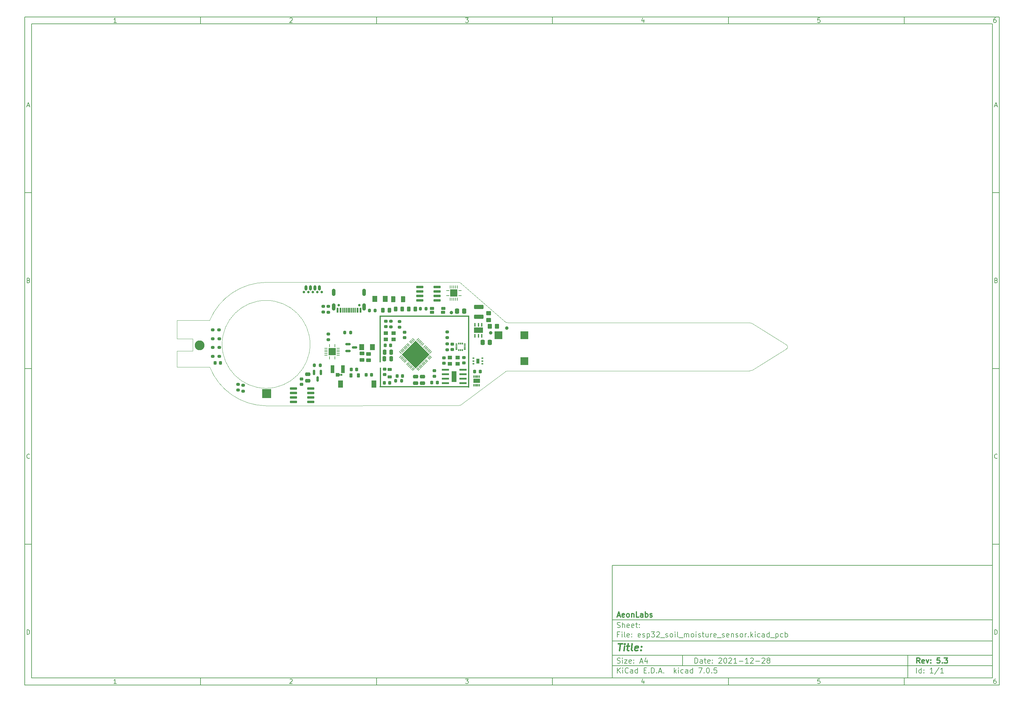
<source format=gbr>
%TF.GenerationSoftware,KiCad,Pcbnew,7.0.5*%
%TF.CreationDate,2023-06-02T10:03:58+02:00*%
%TF.ProjectId,esp32_soil_moisture_sensor,65737033-325f-4736-9f69-6c5f6d6f6973,5.3*%
%TF.SameCoordinates,Original*%
%TF.FileFunction,Soldermask,Top*%
%TF.FilePolarity,Negative*%
%FSLAX46Y46*%
G04 Gerber Fmt 4.6, Leading zero omitted, Abs format (unit mm)*
G04 Created by KiCad (PCBNEW 7.0.5) date 2023-06-02 10:03:58*
%MOMM*%
%LPD*%
G01*
G04 APERTURE LIST*
G04 Aperture macros list*
%AMRoundRect*
0 Rectangle with rounded corners*
0 $1 Rounding radius*
0 $2 $3 $4 $5 $6 $7 $8 $9 X,Y pos of 4 corners*
0 Add a 4 corners polygon primitive as box body*
4,1,4,$2,$3,$4,$5,$6,$7,$8,$9,$2,$3,0*
0 Add four circle primitives for the rounded corners*
1,1,$1+$1,$2,$3*
1,1,$1+$1,$4,$5*
1,1,$1+$1,$6,$7*
1,1,$1+$1,$8,$9*
0 Add four rect primitives between the rounded corners*
20,1,$1+$1,$2,$3,$4,$5,0*
20,1,$1+$1,$4,$5,$6,$7,0*
20,1,$1+$1,$6,$7,$8,$9,0*
20,1,$1+$1,$8,$9,$2,$3,0*%
%AMRotRect*
0 Rectangle, with rotation*
0 The origin of the aperture is its center*
0 $1 length*
0 $2 width*
0 $3 Rotation angle, in degrees counterclockwise*
0 Add horizontal line*
21,1,$1,$2,0,0,$3*%
G04 Aperture macros list end*
%ADD10C,0.100000*%
%ADD11C,0.150000*%
%ADD12C,0.300000*%
%ADD13C,0.400000*%
%ADD14RoundRect,0.225000X-0.225000X-0.250000X0.225000X-0.250000X0.225000X0.250000X-0.225000X0.250000X0*%
%ADD15R,0.550000X0.400000*%
%ADD16R,0.900000X1.400000*%
%ADD17RoundRect,0.225000X0.250000X-0.225000X0.250000X0.225000X-0.250000X0.225000X-0.250000X-0.225000X0*%
%ADD18RoundRect,0.225000X-0.250000X0.225000X-0.250000X-0.225000X0.250000X-0.225000X0.250000X0.225000X0*%
%ADD19R,2.500000X2.500000*%
%ADD20R,0.400000X5.700000*%
%ADD21RoundRect,0.250000X-0.250000X-0.475000X0.250000X-0.475000X0.250000X0.475000X-0.250000X0.475000X0*%
%ADD22R,1.400000X2.100000*%
%ADD23RoundRect,0.250000X-0.337500X-0.475000X0.337500X-0.475000X0.337500X0.475000X-0.337500X0.475000X0*%
%ADD24RoundRect,0.250000X0.375000X0.625000X-0.375000X0.625000X-0.375000X-0.625000X0.375000X-0.625000X0*%
%ADD25RoundRect,0.200000X-0.275000X0.200000X-0.275000X-0.200000X0.275000X-0.200000X0.275000X0.200000X0*%
%ADD26RoundRect,0.150000X-0.150000X0.587500X-0.150000X-0.587500X0.150000X-0.587500X0.150000X0.587500X0*%
%ADD27RoundRect,0.124800X-0.475200X-0.275200X0.475200X-0.275200X0.475200X0.275200X-0.475200X0.275200X0*%
%ADD28RoundRect,0.250001X-0.462499X-0.624999X0.462499X-0.624999X0.462499X0.624999X-0.462499X0.624999X0*%
%ADD29R,25.500000X0.400000*%
%ADD30C,2.800000*%
%ADD31RoundRect,0.218750X-0.218750X-0.381250X0.218750X-0.381250X0.218750X0.381250X-0.218750X0.381250X0*%
%ADD32RoundRect,0.250000X-0.450000X0.262500X-0.450000X-0.262500X0.450000X-0.262500X0.450000X0.262500X0*%
%ADD33R,1.300000X1.000000*%
%ADD34RoundRect,0.050000X-0.238649X-0.309359X0.309359X0.238649X0.238649X0.309359X-0.309359X-0.238649X0*%
%ADD35RoundRect,0.000250X0.000000X-0.000354X0.000354X0.000000X0.000000X0.000354X-0.000354X0.000000X0*%
%ADD36RoundRect,0.050000X0.238649X-0.309359X0.309359X-0.238649X-0.238649X0.309359X-0.309359X0.238649X0*%
%ADD37RotRect,5.600000X5.600000X45.000000*%
%ADD38RoundRect,0.250000X0.475000X-0.250000X0.475000X0.250000X-0.475000X0.250000X-0.475000X-0.250000X0*%
%ADD39RoundRect,0.041300X0.948700X0.253700X-0.948700X0.253700X-0.948700X-0.253700X0.948700X-0.253700X0*%
%ADD40RoundRect,0.098350X0.604150X1.437900X-0.604150X1.437900X-0.604150X-1.437900X0.604150X-1.437900X0*%
%ADD41RoundRect,0.243750X-0.243750X-0.456250X0.243750X-0.456250X0.243750X0.456250X-0.243750X0.456250X0*%
%ADD42RoundRect,0.250001X0.462499X0.624999X-0.462499X0.624999X-0.462499X-0.624999X0.462499X-0.624999X0*%
%ADD43RoundRect,0.250000X-0.450000X0.350000X-0.450000X-0.350000X0.450000X-0.350000X0.450000X0.350000X0*%
%ADD44R,0.420000X1.100000*%
%ADD45R,2.500000X1.600000*%
%ADD46RoundRect,0.200000X-0.200000X-0.275000X0.200000X-0.275000X0.200000X0.275000X-0.200000X0.275000X0*%
%ADD47C,0.700000*%
%ADD48R,0.600000X1.450000*%
%ADD49R,0.300000X1.450000*%
%ADD50O,1.050000X2.100000*%
%ADD51RoundRect,0.200000X-0.300000X-0.200000X0.300000X-0.200000X0.300000X0.200000X-0.300000X0.200000X0*%
%ADD52RoundRect,0.250000X-1.075000X0.375000X-1.075000X-0.375000X1.075000X-0.375000X1.075000X0.375000X0*%
%ADD53R,1.100000X2.250000*%
%ADD54R,1.050000X1.100000*%
%ADD55O,0.800000X1.500000*%
%ADD56R,0.500000X0.500000*%
%ADD57RoundRect,0.042000X-0.943000X-0.258000X0.943000X-0.258000X0.943000X0.258000X-0.943000X0.258000X0*%
%ADD58R,25.400000X0.400000*%
%ADD59C,1.000000*%
%ADD60R,0.400000X13.300000*%
%ADD61R,0.580000X0.350000*%
%ADD62R,0.350000X0.580000*%
%ADD63RoundRect,0.250000X0.350000X0.450000X-0.350000X0.450000X-0.350000X-0.450000X0.350000X-0.450000X0*%
%ADD64R,0.280000X0.850000*%
%ADD65R,0.850000X0.280000*%
%ADD66R,2.050000X2.050000*%
%ADD67R,0.400000X20.500000*%
%ADD68RoundRect,0.200000X0.275000X-0.200000X0.275000X0.200000X-0.275000X0.200000X-0.275000X-0.200000X0*%
%ADD69RoundRect,0.225000X0.225000X0.250000X-0.225000X0.250000X-0.225000X-0.250000X0.225000X-0.250000X0*%
%ADD70RoundRect,0.218750X0.381250X-0.218750X0.381250X0.218750X-0.381250X0.218750X-0.381250X-0.218750X0*%
%ADD71RoundRect,0.150000X-0.587500X-0.150000X0.587500X-0.150000X0.587500X0.150000X-0.587500X0.150000X0*%
%ADD72RoundRect,0.250000X0.337500X0.475000X-0.337500X0.475000X-0.337500X-0.475000X0.337500X-0.475000X0*%
%ADD73R,0.300000X0.800000*%
%ADD74R,1.900000X1.200000*%
%ADD75R,2.195000X2.195000*%
%TA.AperFunction,Profile*%
%ADD76C,0.050000*%
%TD*%
%TA.AperFunction,Profile*%
%ADD77C,0.100000*%
%TD*%
G04 APERTURE END LIST*
D10*
D11*
X177002200Y-166007200D02*
X285002200Y-166007200D01*
X285002200Y-198007200D01*
X177002200Y-198007200D01*
X177002200Y-166007200D01*
D10*
D11*
X10000000Y-10000000D02*
X287002200Y-10000000D01*
X287002200Y-200007200D01*
X10000000Y-200007200D01*
X10000000Y-10000000D01*
D10*
D11*
X12000000Y-12000000D02*
X285002200Y-12000000D01*
X285002200Y-198007200D01*
X12000000Y-198007200D01*
X12000000Y-12000000D01*
D10*
D11*
X60000000Y-12000000D02*
X60000000Y-10000000D01*
D10*
D11*
X110000000Y-12000000D02*
X110000000Y-10000000D01*
D10*
D11*
X160000000Y-12000000D02*
X160000000Y-10000000D01*
D10*
D11*
X210000000Y-12000000D02*
X210000000Y-10000000D01*
D10*
D11*
X260000000Y-12000000D02*
X260000000Y-10000000D01*
D10*
D11*
X36089160Y-11593604D02*
X35346303Y-11593604D01*
X35717731Y-11593604D02*
X35717731Y-10293604D01*
X35717731Y-10293604D02*
X35593922Y-10479319D01*
X35593922Y-10479319D02*
X35470112Y-10603128D01*
X35470112Y-10603128D02*
X35346303Y-10665033D01*
D10*
D11*
X85346303Y-10417414D02*
X85408207Y-10355509D01*
X85408207Y-10355509D02*
X85532017Y-10293604D01*
X85532017Y-10293604D02*
X85841541Y-10293604D01*
X85841541Y-10293604D02*
X85965350Y-10355509D01*
X85965350Y-10355509D02*
X86027255Y-10417414D01*
X86027255Y-10417414D02*
X86089160Y-10541223D01*
X86089160Y-10541223D02*
X86089160Y-10665033D01*
X86089160Y-10665033D02*
X86027255Y-10850747D01*
X86027255Y-10850747D02*
X85284398Y-11593604D01*
X85284398Y-11593604D02*
X86089160Y-11593604D01*
D10*
D11*
X135284398Y-10293604D02*
X136089160Y-10293604D01*
X136089160Y-10293604D02*
X135655826Y-10788842D01*
X135655826Y-10788842D02*
X135841541Y-10788842D01*
X135841541Y-10788842D02*
X135965350Y-10850747D01*
X135965350Y-10850747D02*
X136027255Y-10912652D01*
X136027255Y-10912652D02*
X136089160Y-11036461D01*
X136089160Y-11036461D02*
X136089160Y-11345985D01*
X136089160Y-11345985D02*
X136027255Y-11469795D01*
X136027255Y-11469795D02*
X135965350Y-11531700D01*
X135965350Y-11531700D02*
X135841541Y-11593604D01*
X135841541Y-11593604D02*
X135470112Y-11593604D01*
X135470112Y-11593604D02*
X135346303Y-11531700D01*
X135346303Y-11531700D02*
X135284398Y-11469795D01*
D10*
D11*
X185965350Y-10726938D02*
X185965350Y-11593604D01*
X185655826Y-10231700D02*
X185346303Y-11160271D01*
X185346303Y-11160271D02*
X186151064Y-11160271D01*
D10*
D11*
X236027255Y-10293604D02*
X235408207Y-10293604D01*
X235408207Y-10293604D02*
X235346303Y-10912652D01*
X235346303Y-10912652D02*
X235408207Y-10850747D01*
X235408207Y-10850747D02*
X235532017Y-10788842D01*
X235532017Y-10788842D02*
X235841541Y-10788842D01*
X235841541Y-10788842D02*
X235965350Y-10850747D01*
X235965350Y-10850747D02*
X236027255Y-10912652D01*
X236027255Y-10912652D02*
X236089160Y-11036461D01*
X236089160Y-11036461D02*
X236089160Y-11345985D01*
X236089160Y-11345985D02*
X236027255Y-11469795D01*
X236027255Y-11469795D02*
X235965350Y-11531700D01*
X235965350Y-11531700D02*
X235841541Y-11593604D01*
X235841541Y-11593604D02*
X235532017Y-11593604D01*
X235532017Y-11593604D02*
X235408207Y-11531700D01*
X235408207Y-11531700D02*
X235346303Y-11469795D01*
D10*
D11*
X285965350Y-10293604D02*
X285717731Y-10293604D01*
X285717731Y-10293604D02*
X285593922Y-10355509D01*
X285593922Y-10355509D02*
X285532017Y-10417414D01*
X285532017Y-10417414D02*
X285408207Y-10603128D01*
X285408207Y-10603128D02*
X285346303Y-10850747D01*
X285346303Y-10850747D02*
X285346303Y-11345985D01*
X285346303Y-11345985D02*
X285408207Y-11469795D01*
X285408207Y-11469795D02*
X285470112Y-11531700D01*
X285470112Y-11531700D02*
X285593922Y-11593604D01*
X285593922Y-11593604D02*
X285841541Y-11593604D01*
X285841541Y-11593604D02*
X285965350Y-11531700D01*
X285965350Y-11531700D02*
X286027255Y-11469795D01*
X286027255Y-11469795D02*
X286089160Y-11345985D01*
X286089160Y-11345985D02*
X286089160Y-11036461D01*
X286089160Y-11036461D02*
X286027255Y-10912652D01*
X286027255Y-10912652D02*
X285965350Y-10850747D01*
X285965350Y-10850747D02*
X285841541Y-10788842D01*
X285841541Y-10788842D02*
X285593922Y-10788842D01*
X285593922Y-10788842D02*
X285470112Y-10850747D01*
X285470112Y-10850747D02*
X285408207Y-10912652D01*
X285408207Y-10912652D02*
X285346303Y-11036461D01*
D10*
D11*
X60000000Y-198007200D02*
X60000000Y-200007200D01*
D10*
D11*
X110000000Y-198007200D02*
X110000000Y-200007200D01*
D10*
D11*
X160000000Y-198007200D02*
X160000000Y-200007200D01*
D10*
D11*
X210000000Y-198007200D02*
X210000000Y-200007200D01*
D10*
D11*
X260000000Y-198007200D02*
X260000000Y-200007200D01*
D10*
D11*
X36089160Y-199600804D02*
X35346303Y-199600804D01*
X35717731Y-199600804D02*
X35717731Y-198300804D01*
X35717731Y-198300804D02*
X35593922Y-198486519D01*
X35593922Y-198486519D02*
X35470112Y-198610328D01*
X35470112Y-198610328D02*
X35346303Y-198672233D01*
D10*
D11*
X85346303Y-198424614D02*
X85408207Y-198362709D01*
X85408207Y-198362709D02*
X85532017Y-198300804D01*
X85532017Y-198300804D02*
X85841541Y-198300804D01*
X85841541Y-198300804D02*
X85965350Y-198362709D01*
X85965350Y-198362709D02*
X86027255Y-198424614D01*
X86027255Y-198424614D02*
X86089160Y-198548423D01*
X86089160Y-198548423D02*
X86089160Y-198672233D01*
X86089160Y-198672233D02*
X86027255Y-198857947D01*
X86027255Y-198857947D02*
X85284398Y-199600804D01*
X85284398Y-199600804D02*
X86089160Y-199600804D01*
D10*
D11*
X135284398Y-198300804D02*
X136089160Y-198300804D01*
X136089160Y-198300804D02*
X135655826Y-198796042D01*
X135655826Y-198796042D02*
X135841541Y-198796042D01*
X135841541Y-198796042D02*
X135965350Y-198857947D01*
X135965350Y-198857947D02*
X136027255Y-198919852D01*
X136027255Y-198919852D02*
X136089160Y-199043661D01*
X136089160Y-199043661D02*
X136089160Y-199353185D01*
X136089160Y-199353185D02*
X136027255Y-199476995D01*
X136027255Y-199476995D02*
X135965350Y-199538900D01*
X135965350Y-199538900D02*
X135841541Y-199600804D01*
X135841541Y-199600804D02*
X135470112Y-199600804D01*
X135470112Y-199600804D02*
X135346303Y-199538900D01*
X135346303Y-199538900D02*
X135284398Y-199476995D01*
D10*
D11*
X185965350Y-198734138D02*
X185965350Y-199600804D01*
X185655826Y-198238900D02*
X185346303Y-199167471D01*
X185346303Y-199167471D02*
X186151064Y-199167471D01*
D10*
D11*
X236027255Y-198300804D02*
X235408207Y-198300804D01*
X235408207Y-198300804D02*
X235346303Y-198919852D01*
X235346303Y-198919852D02*
X235408207Y-198857947D01*
X235408207Y-198857947D02*
X235532017Y-198796042D01*
X235532017Y-198796042D02*
X235841541Y-198796042D01*
X235841541Y-198796042D02*
X235965350Y-198857947D01*
X235965350Y-198857947D02*
X236027255Y-198919852D01*
X236027255Y-198919852D02*
X236089160Y-199043661D01*
X236089160Y-199043661D02*
X236089160Y-199353185D01*
X236089160Y-199353185D02*
X236027255Y-199476995D01*
X236027255Y-199476995D02*
X235965350Y-199538900D01*
X235965350Y-199538900D02*
X235841541Y-199600804D01*
X235841541Y-199600804D02*
X235532017Y-199600804D01*
X235532017Y-199600804D02*
X235408207Y-199538900D01*
X235408207Y-199538900D02*
X235346303Y-199476995D01*
D10*
D11*
X285965350Y-198300804D02*
X285717731Y-198300804D01*
X285717731Y-198300804D02*
X285593922Y-198362709D01*
X285593922Y-198362709D02*
X285532017Y-198424614D01*
X285532017Y-198424614D02*
X285408207Y-198610328D01*
X285408207Y-198610328D02*
X285346303Y-198857947D01*
X285346303Y-198857947D02*
X285346303Y-199353185D01*
X285346303Y-199353185D02*
X285408207Y-199476995D01*
X285408207Y-199476995D02*
X285470112Y-199538900D01*
X285470112Y-199538900D02*
X285593922Y-199600804D01*
X285593922Y-199600804D02*
X285841541Y-199600804D01*
X285841541Y-199600804D02*
X285965350Y-199538900D01*
X285965350Y-199538900D02*
X286027255Y-199476995D01*
X286027255Y-199476995D02*
X286089160Y-199353185D01*
X286089160Y-199353185D02*
X286089160Y-199043661D01*
X286089160Y-199043661D02*
X286027255Y-198919852D01*
X286027255Y-198919852D02*
X285965350Y-198857947D01*
X285965350Y-198857947D02*
X285841541Y-198796042D01*
X285841541Y-198796042D02*
X285593922Y-198796042D01*
X285593922Y-198796042D02*
X285470112Y-198857947D01*
X285470112Y-198857947D02*
X285408207Y-198919852D01*
X285408207Y-198919852D02*
X285346303Y-199043661D01*
D10*
D11*
X10000000Y-60000000D02*
X12000000Y-60000000D01*
D10*
D11*
X10000000Y-110000000D02*
X12000000Y-110000000D01*
D10*
D11*
X10000000Y-160000000D02*
X12000000Y-160000000D01*
D10*
D11*
X10690476Y-35222176D02*
X11309523Y-35222176D01*
X10566666Y-35593604D02*
X10999999Y-34293604D01*
X10999999Y-34293604D02*
X11433333Y-35593604D01*
D10*
D11*
X11092857Y-84912652D02*
X11278571Y-84974557D01*
X11278571Y-84974557D02*
X11340476Y-85036461D01*
X11340476Y-85036461D02*
X11402380Y-85160271D01*
X11402380Y-85160271D02*
X11402380Y-85345985D01*
X11402380Y-85345985D02*
X11340476Y-85469795D01*
X11340476Y-85469795D02*
X11278571Y-85531700D01*
X11278571Y-85531700D02*
X11154761Y-85593604D01*
X11154761Y-85593604D02*
X10659523Y-85593604D01*
X10659523Y-85593604D02*
X10659523Y-84293604D01*
X10659523Y-84293604D02*
X11092857Y-84293604D01*
X11092857Y-84293604D02*
X11216666Y-84355509D01*
X11216666Y-84355509D02*
X11278571Y-84417414D01*
X11278571Y-84417414D02*
X11340476Y-84541223D01*
X11340476Y-84541223D02*
X11340476Y-84665033D01*
X11340476Y-84665033D02*
X11278571Y-84788842D01*
X11278571Y-84788842D02*
X11216666Y-84850747D01*
X11216666Y-84850747D02*
X11092857Y-84912652D01*
X11092857Y-84912652D02*
X10659523Y-84912652D01*
D10*
D11*
X11402380Y-135469795D02*
X11340476Y-135531700D01*
X11340476Y-135531700D02*
X11154761Y-135593604D01*
X11154761Y-135593604D02*
X11030952Y-135593604D01*
X11030952Y-135593604D02*
X10845238Y-135531700D01*
X10845238Y-135531700D02*
X10721428Y-135407890D01*
X10721428Y-135407890D02*
X10659523Y-135284080D01*
X10659523Y-135284080D02*
X10597619Y-135036461D01*
X10597619Y-135036461D02*
X10597619Y-134850747D01*
X10597619Y-134850747D02*
X10659523Y-134603128D01*
X10659523Y-134603128D02*
X10721428Y-134479319D01*
X10721428Y-134479319D02*
X10845238Y-134355509D01*
X10845238Y-134355509D02*
X11030952Y-134293604D01*
X11030952Y-134293604D02*
X11154761Y-134293604D01*
X11154761Y-134293604D02*
X11340476Y-134355509D01*
X11340476Y-134355509D02*
X11402380Y-134417414D01*
D10*
D11*
X10659523Y-185593604D02*
X10659523Y-184293604D01*
X10659523Y-184293604D02*
X10969047Y-184293604D01*
X10969047Y-184293604D02*
X11154761Y-184355509D01*
X11154761Y-184355509D02*
X11278571Y-184479319D01*
X11278571Y-184479319D02*
X11340476Y-184603128D01*
X11340476Y-184603128D02*
X11402380Y-184850747D01*
X11402380Y-184850747D02*
X11402380Y-185036461D01*
X11402380Y-185036461D02*
X11340476Y-185284080D01*
X11340476Y-185284080D02*
X11278571Y-185407890D01*
X11278571Y-185407890D02*
X11154761Y-185531700D01*
X11154761Y-185531700D02*
X10969047Y-185593604D01*
X10969047Y-185593604D02*
X10659523Y-185593604D01*
D10*
D11*
X287002200Y-60000000D02*
X285002200Y-60000000D01*
D10*
D11*
X287002200Y-110000000D02*
X285002200Y-110000000D01*
D10*
D11*
X287002200Y-160000000D02*
X285002200Y-160000000D01*
D10*
D11*
X285692676Y-35222176D02*
X286311723Y-35222176D01*
X285568866Y-35593604D02*
X286002199Y-34293604D01*
X286002199Y-34293604D02*
X286435533Y-35593604D01*
D10*
D11*
X286095057Y-84912652D02*
X286280771Y-84974557D01*
X286280771Y-84974557D02*
X286342676Y-85036461D01*
X286342676Y-85036461D02*
X286404580Y-85160271D01*
X286404580Y-85160271D02*
X286404580Y-85345985D01*
X286404580Y-85345985D02*
X286342676Y-85469795D01*
X286342676Y-85469795D02*
X286280771Y-85531700D01*
X286280771Y-85531700D02*
X286156961Y-85593604D01*
X286156961Y-85593604D02*
X285661723Y-85593604D01*
X285661723Y-85593604D02*
X285661723Y-84293604D01*
X285661723Y-84293604D02*
X286095057Y-84293604D01*
X286095057Y-84293604D02*
X286218866Y-84355509D01*
X286218866Y-84355509D02*
X286280771Y-84417414D01*
X286280771Y-84417414D02*
X286342676Y-84541223D01*
X286342676Y-84541223D02*
X286342676Y-84665033D01*
X286342676Y-84665033D02*
X286280771Y-84788842D01*
X286280771Y-84788842D02*
X286218866Y-84850747D01*
X286218866Y-84850747D02*
X286095057Y-84912652D01*
X286095057Y-84912652D02*
X285661723Y-84912652D01*
D10*
D11*
X286404580Y-135469795D02*
X286342676Y-135531700D01*
X286342676Y-135531700D02*
X286156961Y-135593604D01*
X286156961Y-135593604D02*
X286033152Y-135593604D01*
X286033152Y-135593604D02*
X285847438Y-135531700D01*
X285847438Y-135531700D02*
X285723628Y-135407890D01*
X285723628Y-135407890D02*
X285661723Y-135284080D01*
X285661723Y-135284080D02*
X285599819Y-135036461D01*
X285599819Y-135036461D02*
X285599819Y-134850747D01*
X285599819Y-134850747D02*
X285661723Y-134603128D01*
X285661723Y-134603128D02*
X285723628Y-134479319D01*
X285723628Y-134479319D02*
X285847438Y-134355509D01*
X285847438Y-134355509D02*
X286033152Y-134293604D01*
X286033152Y-134293604D02*
X286156961Y-134293604D01*
X286156961Y-134293604D02*
X286342676Y-134355509D01*
X286342676Y-134355509D02*
X286404580Y-134417414D01*
D10*
D11*
X285661723Y-185593604D02*
X285661723Y-184293604D01*
X285661723Y-184293604D02*
X285971247Y-184293604D01*
X285971247Y-184293604D02*
X286156961Y-184355509D01*
X286156961Y-184355509D02*
X286280771Y-184479319D01*
X286280771Y-184479319D02*
X286342676Y-184603128D01*
X286342676Y-184603128D02*
X286404580Y-184850747D01*
X286404580Y-184850747D02*
X286404580Y-185036461D01*
X286404580Y-185036461D02*
X286342676Y-185284080D01*
X286342676Y-185284080D02*
X286280771Y-185407890D01*
X286280771Y-185407890D02*
X286156961Y-185531700D01*
X286156961Y-185531700D02*
X285971247Y-185593604D01*
X285971247Y-185593604D02*
X285661723Y-185593604D01*
D10*
D11*
X200458026Y-193793328D02*
X200458026Y-192293328D01*
X200458026Y-192293328D02*
X200815169Y-192293328D01*
X200815169Y-192293328D02*
X201029455Y-192364757D01*
X201029455Y-192364757D02*
X201172312Y-192507614D01*
X201172312Y-192507614D02*
X201243741Y-192650471D01*
X201243741Y-192650471D02*
X201315169Y-192936185D01*
X201315169Y-192936185D02*
X201315169Y-193150471D01*
X201315169Y-193150471D02*
X201243741Y-193436185D01*
X201243741Y-193436185D02*
X201172312Y-193579042D01*
X201172312Y-193579042D02*
X201029455Y-193721900D01*
X201029455Y-193721900D02*
X200815169Y-193793328D01*
X200815169Y-193793328D02*
X200458026Y-193793328D01*
X202600884Y-193793328D02*
X202600884Y-193007614D01*
X202600884Y-193007614D02*
X202529455Y-192864757D01*
X202529455Y-192864757D02*
X202386598Y-192793328D01*
X202386598Y-192793328D02*
X202100884Y-192793328D01*
X202100884Y-192793328D02*
X201958026Y-192864757D01*
X202600884Y-193721900D02*
X202458026Y-193793328D01*
X202458026Y-193793328D02*
X202100884Y-193793328D01*
X202100884Y-193793328D02*
X201958026Y-193721900D01*
X201958026Y-193721900D02*
X201886598Y-193579042D01*
X201886598Y-193579042D02*
X201886598Y-193436185D01*
X201886598Y-193436185D02*
X201958026Y-193293328D01*
X201958026Y-193293328D02*
X202100884Y-193221900D01*
X202100884Y-193221900D02*
X202458026Y-193221900D01*
X202458026Y-193221900D02*
X202600884Y-193150471D01*
X203100884Y-192793328D02*
X203672312Y-192793328D01*
X203315169Y-192293328D02*
X203315169Y-193579042D01*
X203315169Y-193579042D02*
X203386598Y-193721900D01*
X203386598Y-193721900D02*
X203529455Y-193793328D01*
X203529455Y-193793328D02*
X203672312Y-193793328D01*
X204743741Y-193721900D02*
X204600884Y-193793328D01*
X204600884Y-193793328D02*
X204315170Y-193793328D01*
X204315170Y-193793328D02*
X204172312Y-193721900D01*
X204172312Y-193721900D02*
X204100884Y-193579042D01*
X204100884Y-193579042D02*
X204100884Y-193007614D01*
X204100884Y-193007614D02*
X204172312Y-192864757D01*
X204172312Y-192864757D02*
X204315170Y-192793328D01*
X204315170Y-192793328D02*
X204600884Y-192793328D01*
X204600884Y-192793328D02*
X204743741Y-192864757D01*
X204743741Y-192864757D02*
X204815170Y-193007614D01*
X204815170Y-193007614D02*
X204815170Y-193150471D01*
X204815170Y-193150471D02*
X204100884Y-193293328D01*
X205458026Y-193650471D02*
X205529455Y-193721900D01*
X205529455Y-193721900D02*
X205458026Y-193793328D01*
X205458026Y-193793328D02*
X205386598Y-193721900D01*
X205386598Y-193721900D02*
X205458026Y-193650471D01*
X205458026Y-193650471D02*
X205458026Y-193793328D01*
X205458026Y-192864757D02*
X205529455Y-192936185D01*
X205529455Y-192936185D02*
X205458026Y-193007614D01*
X205458026Y-193007614D02*
X205386598Y-192936185D01*
X205386598Y-192936185D02*
X205458026Y-192864757D01*
X205458026Y-192864757D02*
X205458026Y-193007614D01*
X207243741Y-192436185D02*
X207315169Y-192364757D01*
X207315169Y-192364757D02*
X207458027Y-192293328D01*
X207458027Y-192293328D02*
X207815169Y-192293328D01*
X207815169Y-192293328D02*
X207958027Y-192364757D01*
X207958027Y-192364757D02*
X208029455Y-192436185D01*
X208029455Y-192436185D02*
X208100884Y-192579042D01*
X208100884Y-192579042D02*
X208100884Y-192721900D01*
X208100884Y-192721900D02*
X208029455Y-192936185D01*
X208029455Y-192936185D02*
X207172312Y-193793328D01*
X207172312Y-193793328D02*
X208100884Y-193793328D01*
X209029455Y-192293328D02*
X209172312Y-192293328D01*
X209172312Y-192293328D02*
X209315169Y-192364757D01*
X209315169Y-192364757D02*
X209386598Y-192436185D01*
X209386598Y-192436185D02*
X209458026Y-192579042D01*
X209458026Y-192579042D02*
X209529455Y-192864757D01*
X209529455Y-192864757D02*
X209529455Y-193221900D01*
X209529455Y-193221900D02*
X209458026Y-193507614D01*
X209458026Y-193507614D02*
X209386598Y-193650471D01*
X209386598Y-193650471D02*
X209315169Y-193721900D01*
X209315169Y-193721900D02*
X209172312Y-193793328D01*
X209172312Y-193793328D02*
X209029455Y-193793328D01*
X209029455Y-193793328D02*
X208886598Y-193721900D01*
X208886598Y-193721900D02*
X208815169Y-193650471D01*
X208815169Y-193650471D02*
X208743740Y-193507614D01*
X208743740Y-193507614D02*
X208672312Y-193221900D01*
X208672312Y-193221900D02*
X208672312Y-192864757D01*
X208672312Y-192864757D02*
X208743740Y-192579042D01*
X208743740Y-192579042D02*
X208815169Y-192436185D01*
X208815169Y-192436185D02*
X208886598Y-192364757D01*
X208886598Y-192364757D02*
X209029455Y-192293328D01*
X210100883Y-192436185D02*
X210172311Y-192364757D01*
X210172311Y-192364757D02*
X210315169Y-192293328D01*
X210315169Y-192293328D02*
X210672311Y-192293328D01*
X210672311Y-192293328D02*
X210815169Y-192364757D01*
X210815169Y-192364757D02*
X210886597Y-192436185D01*
X210886597Y-192436185D02*
X210958026Y-192579042D01*
X210958026Y-192579042D02*
X210958026Y-192721900D01*
X210958026Y-192721900D02*
X210886597Y-192936185D01*
X210886597Y-192936185D02*
X210029454Y-193793328D01*
X210029454Y-193793328D02*
X210958026Y-193793328D01*
X212386597Y-193793328D02*
X211529454Y-193793328D01*
X211958025Y-193793328D02*
X211958025Y-192293328D01*
X211958025Y-192293328D02*
X211815168Y-192507614D01*
X211815168Y-192507614D02*
X211672311Y-192650471D01*
X211672311Y-192650471D02*
X211529454Y-192721900D01*
X213029453Y-193221900D02*
X214172311Y-193221900D01*
X215672311Y-193793328D02*
X214815168Y-193793328D01*
X215243739Y-193793328D02*
X215243739Y-192293328D01*
X215243739Y-192293328D02*
X215100882Y-192507614D01*
X215100882Y-192507614D02*
X214958025Y-192650471D01*
X214958025Y-192650471D02*
X214815168Y-192721900D01*
X216243739Y-192436185D02*
X216315167Y-192364757D01*
X216315167Y-192364757D02*
X216458025Y-192293328D01*
X216458025Y-192293328D02*
X216815167Y-192293328D01*
X216815167Y-192293328D02*
X216958025Y-192364757D01*
X216958025Y-192364757D02*
X217029453Y-192436185D01*
X217029453Y-192436185D02*
X217100882Y-192579042D01*
X217100882Y-192579042D02*
X217100882Y-192721900D01*
X217100882Y-192721900D02*
X217029453Y-192936185D01*
X217029453Y-192936185D02*
X216172310Y-193793328D01*
X216172310Y-193793328D02*
X217100882Y-193793328D01*
X217743738Y-193221900D02*
X218886596Y-193221900D01*
X219529453Y-192436185D02*
X219600881Y-192364757D01*
X219600881Y-192364757D02*
X219743739Y-192293328D01*
X219743739Y-192293328D02*
X220100881Y-192293328D01*
X220100881Y-192293328D02*
X220243739Y-192364757D01*
X220243739Y-192364757D02*
X220315167Y-192436185D01*
X220315167Y-192436185D02*
X220386596Y-192579042D01*
X220386596Y-192579042D02*
X220386596Y-192721900D01*
X220386596Y-192721900D02*
X220315167Y-192936185D01*
X220315167Y-192936185D02*
X219458024Y-193793328D01*
X219458024Y-193793328D02*
X220386596Y-193793328D01*
X221243738Y-192936185D02*
X221100881Y-192864757D01*
X221100881Y-192864757D02*
X221029452Y-192793328D01*
X221029452Y-192793328D02*
X220958024Y-192650471D01*
X220958024Y-192650471D02*
X220958024Y-192579042D01*
X220958024Y-192579042D02*
X221029452Y-192436185D01*
X221029452Y-192436185D02*
X221100881Y-192364757D01*
X221100881Y-192364757D02*
X221243738Y-192293328D01*
X221243738Y-192293328D02*
X221529452Y-192293328D01*
X221529452Y-192293328D02*
X221672310Y-192364757D01*
X221672310Y-192364757D02*
X221743738Y-192436185D01*
X221743738Y-192436185D02*
X221815167Y-192579042D01*
X221815167Y-192579042D02*
X221815167Y-192650471D01*
X221815167Y-192650471D02*
X221743738Y-192793328D01*
X221743738Y-192793328D02*
X221672310Y-192864757D01*
X221672310Y-192864757D02*
X221529452Y-192936185D01*
X221529452Y-192936185D02*
X221243738Y-192936185D01*
X221243738Y-192936185D02*
X221100881Y-193007614D01*
X221100881Y-193007614D02*
X221029452Y-193079042D01*
X221029452Y-193079042D02*
X220958024Y-193221900D01*
X220958024Y-193221900D02*
X220958024Y-193507614D01*
X220958024Y-193507614D02*
X221029452Y-193650471D01*
X221029452Y-193650471D02*
X221100881Y-193721900D01*
X221100881Y-193721900D02*
X221243738Y-193793328D01*
X221243738Y-193793328D02*
X221529452Y-193793328D01*
X221529452Y-193793328D02*
X221672310Y-193721900D01*
X221672310Y-193721900D02*
X221743738Y-193650471D01*
X221743738Y-193650471D02*
X221815167Y-193507614D01*
X221815167Y-193507614D02*
X221815167Y-193221900D01*
X221815167Y-193221900D02*
X221743738Y-193079042D01*
X221743738Y-193079042D02*
X221672310Y-193007614D01*
X221672310Y-193007614D02*
X221529452Y-192936185D01*
D10*
D11*
X177002200Y-194507200D02*
X285002200Y-194507200D01*
D10*
D11*
X178458026Y-196593328D02*
X178458026Y-195093328D01*
X179315169Y-196593328D02*
X178672312Y-195736185D01*
X179315169Y-195093328D02*
X178458026Y-195950471D01*
X179958026Y-196593328D02*
X179958026Y-195593328D01*
X179958026Y-195093328D02*
X179886598Y-195164757D01*
X179886598Y-195164757D02*
X179958026Y-195236185D01*
X179958026Y-195236185D02*
X180029455Y-195164757D01*
X180029455Y-195164757D02*
X179958026Y-195093328D01*
X179958026Y-195093328D02*
X179958026Y-195236185D01*
X181529455Y-196450471D02*
X181458027Y-196521900D01*
X181458027Y-196521900D02*
X181243741Y-196593328D01*
X181243741Y-196593328D02*
X181100884Y-196593328D01*
X181100884Y-196593328D02*
X180886598Y-196521900D01*
X180886598Y-196521900D02*
X180743741Y-196379042D01*
X180743741Y-196379042D02*
X180672312Y-196236185D01*
X180672312Y-196236185D02*
X180600884Y-195950471D01*
X180600884Y-195950471D02*
X180600884Y-195736185D01*
X180600884Y-195736185D02*
X180672312Y-195450471D01*
X180672312Y-195450471D02*
X180743741Y-195307614D01*
X180743741Y-195307614D02*
X180886598Y-195164757D01*
X180886598Y-195164757D02*
X181100884Y-195093328D01*
X181100884Y-195093328D02*
X181243741Y-195093328D01*
X181243741Y-195093328D02*
X181458027Y-195164757D01*
X181458027Y-195164757D02*
X181529455Y-195236185D01*
X182815170Y-196593328D02*
X182815170Y-195807614D01*
X182815170Y-195807614D02*
X182743741Y-195664757D01*
X182743741Y-195664757D02*
X182600884Y-195593328D01*
X182600884Y-195593328D02*
X182315170Y-195593328D01*
X182315170Y-195593328D02*
X182172312Y-195664757D01*
X182815170Y-196521900D02*
X182672312Y-196593328D01*
X182672312Y-196593328D02*
X182315170Y-196593328D01*
X182315170Y-196593328D02*
X182172312Y-196521900D01*
X182172312Y-196521900D02*
X182100884Y-196379042D01*
X182100884Y-196379042D02*
X182100884Y-196236185D01*
X182100884Y-196236185D02*
X182172312Y-196093328D01*
X182172312Y-196093328D02*
X182315170Y-196021900D01*
X182315170Y-196021900D02*
X182672312Y-196021900D01*
X182672312Y-196021900D02*
X182815170Y-195950471D01*
X184172313Y-196593328D02*
X184172313Y-195093328D01*
X184172313Y-196521900D02*
X184029455Y-196593328D01*
X184029455Y-196593328D02*
X183743741Y-196593328D01*
X183743741Y-196593328D02*
X183600884Y-196521900D01*
X183600884Y-196521900D02*
X183529455Y-196450471D01*
X183529455Y-196450471D02*
X183458027Y-196307614D01*
X183458027Y-196307614D02*
X183458027Y-195879042D01*
X183458027Y-195879042D02*
X183529455Y-195736185D01*
X183529455Y-195736185D02*
X183600884Y-195664757D01*
X183600884Y-195664757D02*
X183743741Y-195593328D01*
X183743741Y-195593328D02*
X184029455Y-195593328D01*
X184029455Y-195593328D02*
X184172313Y-195664757D01*
X186029455Y-195807614D02*
X186529455Y-195807614D01*
X186743741Y-196593328D02*
X186029455Y-196593328D01*
X186029455Y-196593328D02*
X186029455Y-195093328D01*
X186029455Y-195093328D02*
X186743741Y-195093328D01*
X187386598Y-196450471D02*
X187458027Y-196521900D01*
X187458027Y-196521900D02*
X187386598Y-196593328D01*
X187386598Y-196593328D02*
X187315170Y-196521900D01*
X187315170Y-196521900D02*
X187386598Y-196450471D01*
X187386598Y-196450471D02*
X187386598Y-196593328D01*
X188100884Y-196593328D02*
X188100884Y-195093328D01*
X188100884Y-195093328D02*
X188458027Y-195093328D01*
X188458027Y-195093328D02*
X188672313Y-195164757D01*
X188672313Y-195164757D02*
X188815170Y-195307614D01*
X188815170Y-195307614D02*
X188886599Y-195450471D01*
X188886599Y-195450471D02*
X188958027Y-195736185D01*
X188958027Y-195736185D02*
X188958027Y-195950471D01*
X188958027Y-195950471D02*
X188886599Y-196236185D01*
X188886599Y-196236185D02*
X188815170Y-196379042D01*
X188815170Y-196379042D02*
X188672313Y-196521900D01*
X188672313Y-196521900D02*
X188458027Y-196593328D01*
X188458027Y-196593328D02*
X188100884Y-196593328D01*
X189600884Y-196450471D02*
X189672313Y-196521900D01*
X189672313Y-196521900D02*
X189600884Y-196593328D01*
X189600884Y-196593328D02*
X189529456Y-196521900D01*
X189529456Y-196521900D02*
X189600884Y-196450471D01*
X189600884Y-196450471D02*
X189600884Y-196593328D01*
X190243742Y-196164757D02*
X190958028Y-196164757D01*
X190100885Y-196593328D02*
X190600885Y-195093328D01*
X190600885Y-195093328D02*
X191100885Y-196593328D01*
X191600884Y-196450471D02*
X191672313Y-196521900D01*
X191672313Y-196521900D02*
X191600884Y-196593328D01*
X191600884Y-196593328D02*
X191529456Y-196521900D01*
X191529456Y-196521900D02*
X191600884Y-196450471D01*
X191600884Y-196450471D02*
X191600884Y-196593328D01*
X194600884Y-196593328D02*
X194600884Y-195093328D01*
X194743742Y-196021900D02*
X195172313Y-196593328D01*
X195172313Y-195593328D02*
X194600884Y-196164757D01*
X195815170Y-196593328D02*
X195815170Y-195593328D01*
X195815170Y-195093328D02*
X195743742Y-195164757D01*
X195743742Y-195164757D02*
X195815170Y-195236185D01*
X195815170Y-195236185D02*
X195886599Y-195164757D01*
X195886599Y-195164757D02*
X195815170Y-195093328D01*
X195815170Y-195093328D02*
X195815170Y-195236185D01*
X197172314Y-196521900D02*
X197029456Y-196593328D01*
X197029456Y-196593328D02*
X196743742Y-196593328D01*
X196743742Y-196593328D02*
X196600885Y-196521900D01*
X196600885Y-196521900D02*
X196529456Y-196450471D01*
X196529456Y-196450471D02*
X196458028Y-196307614D01*
X196458028Y-196307614D02*
X196458028Y-195879042D01*
X196458028Y-195879042D02*
X196529456Y-195736185D01*
X196529456Y-195736185D02*
X196600885Y-195664757D01*
X196600885Y-195664757D02*
X196743742Y-195593328D01*
X196743742Y-195593328D02*
X197029456Y-195593328D01*
X197029456Y-195593328D02*
X197172314Y-195664757D01*
X198458028Y-196593328D02*
X198458028Y-195807614D01*
X198458028Y-195807614D02*
X198386599Y-195664757D01*
X198386599Y-195664757D02*
X198243742Y-195593328D01*
X198243742Y-195593328D02*
X197958028Y-195593328D01*
X197958028Y-195593328D02*
X197815170Y-195664757D01*
X198458028Y-196521900D02*
X198315170Y-196593328D01*
X198315170Y-196593328D02*
X197958028Y-196593328D01*
X197958028Y-196593328D02*
X197815170Y-196521900D01*
X197815170Y-196521900D02*
X197743742Y-196379042D01*
X197743742Y-196379042D02*
X197743742Y-196236185D01*
X197743742Y-196236185D02*
X197815170Y-196093328D01*
X197815170Y-196093328D02*
X197958028Y-196021900D01*
X197958028Y-196021900D02*
X198315170Y-196021900D01*
X198315170Y-196021900D02*
X198458028Y-195950471D01*
X199815171Y-196593328D02*
X199815171Y-195093328D01*
X199815171Y-196521900D02*
X199672313Y-196593328D01*
X199672313Y-196593328D02*
X199386599Y-196593328D01*
X199386599Y-196593328D02*
X199243742Y-196521900D01*
X199243742Y-196521900D02*
X199172313Y-196450471D01*
X199172313Y-196450471D02*
X199100885Y-196307614D01*
X199100885Y-196307614D02*
X199100885Y-195879042D01*
X199100885Y-195879042D02*
X199172313Y-195736185D01*
X199172313Y-195736185D02*
X199243742Y-195664757D01*
X199243742Y-195664757D02*
X199386599Y-195593328D01*
X199386599Y-195593328D02*
X199672313Y-195593328D01*
X199672313Y-195593328D02*
X199815171Y-195664757D01*
X201529456Y-195093328D02*
X202529456Y-195093328D01*
X202529456Y-195093328D02*
X201886599Y-196593328D01*
X203100884Y-196450471D02*
X203172313Y-196521900D01*
X203172313Y-196521900D02*
X203100884Y-196593328D01*
X203100884Y-196593328D02*
X203029456Y-196521900D01*
X203029456Y-196521900D02*
X203100884Y-196450471D01*
X203100884Y-196450471D02*
X203100884Y-196593328D01*
X204100885Y-195093328D02*
X204243742Y-195093328D01*
X204243742Y-195093328D02*
X204386599Y-195164757D01*
X204386599Y-195164757D02*
X204458028Y-195236185D01*
X204458028Y-195236185D02*
X204529456Y-195379042D01*
X204529456Y-195379042D02*
X204600885Y-195664757D01*
X204600885Y-195664757D02*
X204600885Y-196021900D01*
X204600885Y-196021900D02*
X204529456Y-196307614D01*
X204529456Y-196307614D02*
X204458028Y-196450471D01*
X204458028Y-196450471D02*
X204386599Y-196521900D01*
X204386599Y-196521900D02*
X204243742Y-196593328D01*
X204243742Y-196593328D02*
X204100885Y-196593328D01*
X204100885Y-196593328D02*
X203958028Y-196521900D01*
X203958028Y-196521900D02*
X203886599Y-196450471D01*
X203886599Y-196450471D02*
X203815170Y-196307614D01*
X203815170Y-196307614D02*
X203743742Y-196021900D01*
X203743742Y-196021900D02*
X203743742Y-195664757D01*
X203743742Y-195664757D02*
X203815170Y-195379042D01*
X203815170Y-195379042D02*
X203886599Y-195236185D01*
X203886599Y-195236185D02*
X203958028Y-195164757D01*
X203958028Y-195164757D02*
X204100885Y-195093328D01*
X205243741Y-196450471D02*
X205315170Y-196521900D01*
X205315170Y-196521900D02*
X205243741Y-196593328D01*
X205243741Y-196593328D02*
X205172313Y-196521900D01*
X205172313Y-196521900D02*
X205243741Y-196450471D01*
X205243741Y-196450471D02*
X205243741Y-196593328D01*
X206672313Y-195093328D02*
X205958027Y-195093328D01*
X205958027Y-195093328D02*
X205886599Y-195807614D01*
X205886599Y-195807614D02*
X205958027Y-195736185D01*
X205958027Y-195736185D02*
X206100885Y-195664757D01*
X206100885Y-195664757D02*
X206458027Y-195664757D01*
X206458027Y-195664757D02*
X206600885Y-195736185D01*
X206600885Y-195736185D02*
X206672313Y-195807614D01*
X206672313Y-195807614D02*
X206743742Y-195950471D01*
X206743742Y-195950471D02*
X206743742Y-196307614D01*
X206743742Y-196307614D02*
X206672313Y-196450471D01*
X206672313Y-196450471D02*
X206600885Y-196521900D01*
X206600885Y-196521900D02*
X206458027Y-196593328D01*
X206458027Y-196593328D02*
X206100885Y-196593328D01*
X206100885Y-196593328D02*
X205958027Y-196521900D01*
X205958027Y-196521900D02*
X205886599Y-196450471D01*
D10*
D11*
X177002200Y-191507200D02*
X285002200Y-191507200D01*
D10*
D12*
X264413853Y-193785528D02*
X263913853Y-193071242D01*
X263556710Y-193785528D02*
X263556710Y-192285528D01*
X263556710Y-192285528D02*
X264128139Y-192285528D01*
X264128139Y-192285528D02*
X264270996Y-192356957D01*
X264270996Y-192356957D02*
X264342425Y-192428385D01*
X264342425Y-192428385D02*
X264413853Y-192571242D01*
X264413853Y-192571242D02*
X264413853Y-192785528D01*
X264413853Y-192785528D02*
X264342425Y-192928385D01*
X264342425Y-192928385D02*
X264270996Y-192999814D01*
X264270996Y-192999814D02*
X264128139Y-193071242D01*
X264128139Y-193071242D02*
X263556710Y-193071242D01*
X265628139Y-193714100D02*
X265485282Y-193785528D01*
X265485282Y-193785528D02*
X265199568Y-193785528D01*
X265199568Y-193785528D02*
X265056710Y-193714100D01*
X265056710Y-193714100D02*
X264985282Y-193571242D01*
X264985282Y-193571242D02*
X264985282Y-192999814D01*
X264985282Y-192999814D02*
X265056710Y-192856957D01*
X265056710Y-192856957D02*
X265199568Y-192785528D01*
X265199568Y-192785528D02*
X265485282Y-192785528D01*
X265485282Y-192785528D02*
X265628139Y-192856957D01*
X265628139Y-192856957D02*
X265699568Y-192999814D01*
X265699568Y-192999814D02*
X265699568Y-193142671D01*
X265699568Y-193142671D02*
X264985282Y-193285528D01*
X266199567Y-192785528D02*
X266556710Y-193785528D01*
X266556710Y-193785528D02*
X266913853Y-192785528D01*
X267485281Y-193642671D02*
X267556710Y-193714100D01*
X267556710Y-193714100D02*
X267485281Y-193785528D01*
X267485281Y-193785528D02*
X267413853Y-193714100D01*
X267413853Y-193714100D02*
X267485281Y-193642671D01*
X267485281Y-193642671D02*
X267485281Y-193785528D01*
X267485281Y-192856957D02*
X267556710Y-192928385D01*
X267556710Y-192928385D02*
X267485281Y-192999814D01*
X267485281Y-192999814D02*
X267413853Y-192928385D01*
X267413853Y-192928385D02*
X267485281Y-192856957D01*
X267485281Y-192856957D02*
X267485281Y-192999814D01*
X270056710Y-192285528D02*
X269342424Y-192285528D01*
X269342424Y-192285528D02*
X269270996Y-192999814D01*
X269270996Y-192999814D02*
X269342424Y-192928385D01*
X269342424Y-192928385D02*
X269485282Y-192856957D01*
X269485282Y-192856957D02*
X269842424Y-192856957D01*
X269842424Y-192856957D02*
X269985282Y-192928385D01*
X269985282Y-192928385D02*
X270056710Y-192999814D01*
X270056710Y-192999814D02*
X270128139Y-193142671D01*
X270128139Y-193142671D02*
X270128139Y-193499814D01*
X270128139Y-193499814D02*
X270056710Y-193642671D01*
X270056710Y-193642671D02*
X269985282Y-193714100D01*
X269985282Y-193714100D02*
X269842424Y-193785528D01*
X269842424Y-193785528D02*
X269485282Y-193785528D01*
X269485282Y-193785528D02*
X269342424Y-193714100D01*
X269342424Y-193714100D02*
X269270996Y-193642671D01*
X270770995Y-193642671D02*
X270842424Y-193714100D01*
X270842424Y-193714100D02*
X270770995Y-193785528D01*
X270770995Y-193785528D02*
X270699567Y-193714100D01*
X270699567Y-193714100D02*
X270770995Y-193642671D01*
X270770995Y-193642671D02*
X270770995Y-193785528D01*
X271342424Y-192285528D02*
X272270996Y-192285528D01*
X272270996Y-192285528D02*
X271770996Y-192856957D01*
X271770996Y-192856957D02*
X271985281Y-192856957D01*
X271985281Y-192856957D02*
X272128139Y-192928385D01*
X272128139Y-192928385D02*
X272199567Y-192999814D01*
X272199567Y-192999814D02*
X272270996Y-193142671D01*
X272270996Y-193142671D02*
X272270996Y-193499814D01*
X272270996Y-193499814D02*
X272199567Y-193642671D01*
X272199567Y-193642671D02*
X272128139Y-193714100D01*
X272128139Y-193714100D02*
X271985281Y-193785528D01*
X271985281Y-193785528D02*
X271556710Y-193785528D01*
X271556710Y-193785528D02*
X271413853Y-193714100D01*
X271413853Y-193714100D02*
X271342424Y-193642671D01*
D10*
D11*
X178386598Y-193721900D02*
X178600884Y-193793328D01*
X178600884Y-193793328D02*
X178958026Y-193793328D01*
X178958026Y-193793328D02*
X179100884Y-193721900D01*
X179100884Y-193721900D02*
X179172312Y-193650471D01*
X179172312Y-193650471D02*
X179243741Y-193507614D01*
X179243741Y-193507614D02*
X179243741Y-193364757D01*
X179243741Y-193364757D02*
X179172312Y-193221900D01*
X179172312Y-193221900D02*
X179100884Y-193150471D01*
X179100884Y-193150471D02*
X178958026Y-193079042D01*
X178958026Y-193079042D02*
X178672312Y-193007614D01*
X178672312Y-193007614D02*
X178529455Y-192936185D01*
X178529455Y-192936185D02*
X178458026Y-192864757D01*
X178458026Y-192864757D02*
X178386598Y-192721900D01*
X178386598Y-192721900D02*
X178386598Y-192579042D01*
X178386598Y-192579042D02*
X178458026Y-192436185D01*
X178458026Y-192436185D02*
X178529455Y-192364757D01*
X178529455Y-192364757D02*
X178672312Y-192293328D01*
X178672312Y-192293328D02*
X179029455Y-192293328D01*
X179029455Y-192293328D02*
X179243741Y-192364757D01*
X179886597Y-193793328D02*
X179886597Y-192793328D01*
X179886597Y-192293328D02*
X179815169Y-192364757D01*
X179815169Y-192364757D02*
X179886597Y-192436185D01*
X179886597Y-192436185D02*
X179958026Y-192364757D01*
X179958026Y-192364757D02*
X179886597Y-192293328D01*
X179886597Y-192293328D02*
X179886597Y-192436185D01*
X180458026Y-192793328D02*
X181243741Y-192793328D01*
X181243741Y-192793328D02*
X180458026Y-193793328D01*
X180458026Y-193793328D02*
X181243741Y-193793328D01*
X182386598Y-193721900D02*
X182243741Y-193793328D01*
X182243741Y-193793328D02*
X181958027Y-193793328D01*
X181958027Y-193793328D02*
X181815169Y-193721900D01*
X181815169Y-193721900D02*
X181743741Y-193579042D01*
X181743741Y-193579042D02*
X181743741Y-193007614D01*
X181743741Y-193007614D02*
X181815169Y-192864757D01*
X181815169Y-192864757D02*
X181958027Y-192793328D01*
X181958027Y-192793328D02*
X182243741Y-192793328D01*
X182243741Y-192793328D02*
X182386598Y-192864757D01*
X182386598Y-192864757D02*
X182458027Y-193007614D01*
X182458027Y-193007614D02*
X182458027Y-193150471D01*
X182458027Y-193150471D02*
X181743741Y-193293328D01*
X183100883Y-193650471D02*
X183172312Y-193721900D01*
X183172312Y-193721900D02*
X183100883Y-193793328D01*
X183100883Y-193793328D02*
X183029455Y-193721900D01*
X183029455Y-193721900D02*
X183100883Y-193650471D01*
X183100883Y-193650471D02*
X183100883Y-193793328D01*
X183100883Y-192864757D02*
X183172312Y-192936185D01*
X183172312Y-192936185D02*
X183100883Y-193007614D01*
X183100883Y-193007614D02*
X183029455Y-192936185D01*
X183029455Y-192936185D02*
X183100883Y-192864757D01*
X183100883Y-192864757D02*
X183100883Y-193007614D01*
X184886598Y-193364757D02*
X185600884Y-193364757D01*
X184743741Y-193793328D02*
X185243741Y-192293328D01*
X185243741Y-192293328D02*
X185743741Y-193793328D01*
X186886598Y-192793328D02*
X186886598Y-193793328D01*
X186529455Y-192221900D02*
X186172312Y-193293328D01*
X186172312Y-193293328D02*
X187100883Y-193293328D01*
D10*
D11*
X263458026Y-196593328D02*
X263458026Y-195093328D01*
X264815170Y-196593328D02*
X264815170Y-195093328D01*
X264815170Y-196521900D02*
X264672312Y-196593328D01*
X264672312Y-196593328D02*
X264386598Y-196593328D01*
X264386598Y-196593328D02*
X264243741Y-196521900D01*
X264243741Y-196521900D02*
X264172312Y-196450471D01*
X264172312Y-196450471D02*
X264100884Y-196307614D01*
X264100884Y-196307614D02*
X264100884Y-195879042D01*
X264100884Y-195879042D02*
X264172312Y-195736185D01*
X264172312Y-195736185D02*
X264243741Y-195664757D01*
X264243741Y-195664757D02*
X264386598Y-195593328D01*
X264386598Y-195593328D02*
X264672312Y-195593328D01*
X264672312Y-195593328D02*
X264815170Y-195664757D01*
X265529455Y-196450471D02*
X265600884Y-196521900D01*
X265600884Y-196521900D02*
X265529455Y-196593328D01*
X265529455Y-196593328D02*
X265458027Y-196521900D01*
X265458027Y-196521900D02*
X265529455Y-196450471D01*
X265529455Y-196450471D02*
X265529455Y-196593328D01*
X265529455Y-195664757D02*
X265600884Y-195736185D01*
X265600884Y-195736185D02*
X265529455Y-195807614D01*
X265529455Y-195807614D02*
X265458027Y-195736185D01*
X265458027Y-195736185D02*
X265529455Y-195664757D01*
X265529455Y-195664757D02*
X265529455Y-195807614D01*
X268172313Y-196593328D02*
X267315170Y-196593328D01*
X267743741Y-196593328D02*
X267743741Y-195093328D01*
X267743741Y-195093328D02*
X267600884Y-195307614D01*
X267600884Y-195307614D02*
X267458027Y-195450471D01*
X267458027Y-195450471D02*
X267315170Y-195521900D01*
X269886598Y-195021900D02*
X268600884Y-196950471D01*
X271172313Y-196593328D02*
X270315170Y-196593328D01*
X270743741Y-196593328D02*
X270743741Y-195093328D01*
X270743741Y-195093328D02*
X270600884Y-195307614D01*
X270600884Y-195307614D02*
X270458027Y-195450471D01*
X270458027Y-195450471D02*
X270315170Y-195521900D01*
D10*
D11*
X177002200Y-187507200D02*
X285002200Y-187507200D01*
D10*
D13*
X178693928Y-188211638D02*
X179836785Y-188211638D01*
X179015357Y-190211638D02*
X179265357Y-188211638D01*
X180253452Y-190211638D02*
X180420119Y-188878304D01*
X180503452Y-188211638D02*
X180396309Y-188306876D01*
X180396309Y-188306876D02*
X180479643Y-188402114D01*
X180479643Y-188402114D02*
X180586786Y-188306876D01*
X180586786Y-188306876D02*
X180503452Y-188211638D01*
X180503452Y-188211638D02*
X180479643Y-188402114D01*
X181086786Y-188878304D02*
X181848690Y-188878304D01*
X181455833Y-188211638D02*
X181241548Y-189925923D01*
X181241548Y-189925923D02*
X181312976Y-190116400D01*
X181312976Y-190116400D02*
X181491548Y-190211638D01*
X181491548Y-190211638D02*
X181682024Y-190211638D01*
X182634405Y-190211638D02*
X182455833Y-190116400D01*
X182455833Y-190116400D02*
X182384405Y-189925923D01*
X182384405Y-189925923D02*
X182598690Y-188211638D01*
X184170119Y-190116400D02*
X183967738Y-190211638D01*
X183967738Y-190211638D02*
X183586785Y-190211638D01*
X183586785Y-190211638D02*
X183408214Y-190116400D01*
X183408214Y-190116400D02*
X183336785Y-189925923D01*
X183336785Y-189925923D02*
X183432024Y-189164019D01*
X183432024Y-189164019D02*
X183551071Y-188973542D01*
X183551071Y-188973542D02*
X183753452Y-188878304D01*
X183753452Y-188878304D02*
X184134404Y-188878304D01*
X184134404Y-188878304D02*
X184312976Y-188973542D01*
X184312976Y-188973542D02*
X184384404Y-189164019D01*
X184384404Y-189164019D02*
X184360595Y-189354495D01*
X184360595Y-189354495D02*
X183384404Y-189544971D01*
X185134405Y-190021161D02*
X185217738Y-190116400D01*
X185217738Y-190116400D02*
X185110595Y-190211638D01*
X185110595Y-190211638D02*
X185027262Y-190116400D01*
X185027262Y-190116400D02*
X185134405Y-190021161D01*
X185134405Y-190021161D02*
X185110595Y-190211638D01*
X185265357Y-188973542D02*
X185348690Y-189068780D01*
X185348690Y-189068780D02*
X185241548Y-189164019D01*
X185241548Y-189164019D02*
X185158214Y-189068780D01*
X185158214Y-189068780D02*
X185265357Y-188973542D01*
X185265357Y-188973542D02*
X185241548Y-189164019D01*
D10*
D11*
X178958026Y-185607614D02*
X178458026Y-185607614D01*
X178458026Y-186393328D02*
X178458026Y-184893328D01*
X178458026Y-184893328D02*
X179172312Y-184893328D01*
X179743740Y-186393328D02*
X179743740Y-185393328D01*
X179743740Y-184893328D02*
X179672312Y-184964757D01*
X179672312Y-184964757D02*
X179743740Y-185036185D01*
X179743740Y-185036185D02*
X179815169Y-184964757D01*
X179815169Y-184964757D02*
X179743740Y-184893328D01*
X179743740Y-184893328D02*
X179743740Y-185036185D01*
X180672312Y-186393328D02*
X180529455Y-186321900D01*
X180529455Y-186321900D02*
X180458026Y-186179042D01*
X180458026Y-186179042D02*
X180458026Y-184893328D01*
X181815169Y-186321900D02*
X181672312Y-186393328D01*
X181672312Y-186393328D02*
X181386598Y-186393328D01*
X181386598Y-186393328D02*
X181243740Y-186321900D01*
X181243740Y-186321900D02*
X181172312Y-186179042D01*
X181172312Y-186179042D02*
X181172312Y-185607614D01*
X181172312Y-185607614D02*
X181243740Y-185464757D01*
X181243740Y-185464757D02*
X181386598Y-185393328D01*
X181386598Y-185393328D02*
X181672312Y-185393328D01*
X181672312Y-185393328D02*
X181815169Y-185464757D01*
X181815169Y-185464757D02*
X181886598Y-185607614D01*
X181886598Y-185607614D02*
X181886598Y-185750471D01*
X181886598Y-185750471D02*
X181172312Y-185893328D01*
X182529454Y-186250471D02*
X182600883Y-186321900D01*
X182600883Y-186321900D02*
X182529454Y-186393328D01*
X182529454Y-186393328D02*
X182458026Y-186321900D01*
X182458026Y-186321900D02*
X182529454Y-186250471D01*
X182529454Y-186250471D02*
X182529454Y-186393328D01*
X182529454Y-185464757D02*
X182600883Y-185536185D01*
X182600883Y-185536185D02*
X182529454Y-185607614D01*
X182529454Y-185607614D02*
X182458026Y-185536185D01*
X182458026Y-185536185D02*
X182529454Y-185464757D01*
X182529454Y-185464757D02*
X182529454Y-185607614D01*
X184958026Y-186321900D02*
X184815169Y-186393328D01*
X184815169Y-186393328D02*
X184529455Y-186393328D01*
X184529455Y-186393328D02*
X184386597Y-186321900D01*
X184386597Y-186321900D02*
X184315169Y-186179042D01*
X184315169Y-186179042D02*
X184315169Y-185607614D01*
X184315169Y-185607614D02*
X184386597Y-185464757D01*
X184386597Y-185464757D02*
X184529455Y-185393328D01*
X184529455Y-185393328D02*
X184815169Y-185393328D01*
X184815169Y-185393328D02*
X184958026Y-185464757D01*
X184958026Y-185464757D02*
X185029455Y-185607614D01*
X185029455Y-185607614D02*
X185029455Y-185750471D01*
X185029455Y-185750471D02*
X184315169Y-185893328D01*
X185600883Y-186321900D02*
X185743740Y-186393328D01*
X185743740Y-186393328D02*
X186029454Y-186393328D01*
X186029454Y-186393328D02*
X186172311Y-186321900D01*
X186172311Y-186321900D02*
X186243740Y-186179042D01*
X186243740Y-186179042D02*
X186243740Y-186107614D01*
X186243740Y-186107614D02*
X186172311Y-185964757D01*
X186172311Y-185964757D02*
X186029454Y-185893328D01*
X186029454Y-185893328D02*
X185815169Y-185893328D01*
X185815169Y-185893328D02*
X185672311Y-185821900D01*
X185672311Y-185821900D02*
X185600883Y-185679042D01*
X185600883Y-185679042D02*
X185600883Y-185607614D01*
X185600883Y-185607614D02*
X185672311Y-185464757D01*
X185672311Y-185464757D02*
X185815169Y-185393328D01*
X185815169Y-185393328D02*
X186029454Y-185393328D01*
X186029454Y-185393328D02*
X186172311Y-185464757D01*
X186886597Y-185393328D02*
X186886597Y-186893328D01*
X186886597Y-185464757D02*
X187029455Y-185393328D01*
X187029455Y-185393328D02*
X187315169Y-185393328D01*
X187315169Y-185393328D02*
X187458026Y-185464757D01*
X187458026Y-185464757D02*
X187529455Y-185536185D01*
X187529455Y-185536185D02*
X187600883Y-185679042D01*
X187600883Y-185679042D02*
X187600883Y-186107614D01*
X187600883Y-186107614D02*
X187529455Y-186250471D01*
X187529455Y-186250471D02*
X187458026Y-186321900D01*
X187458026Y-186321900D02*
X187315169Y-186393328D01*
X187315169Y-186393328D02*
X187029455Y-186393328D01*
X187029455Y-186393328D02*
X186886597Y-186321900D01*
X188100883Y-184893328D02*
X189029455Y-184893328D01*
X189029455Y-184893328D02*
X188529455Y-185464757D01*
X188529455Y-185464757D02*
X188743740Y-185464757D01*
X188743740Y-185464757D02*
X188886598Y-185536185D01*
X188886598Y-185536185D02*
X188958026Y-185607614D01*
X188958026Y-185607614D02*
X189029455Y-185750471D01*
X189029455Y-185750471D02*
X189029455Y-186107614D01*
X189029455Y-186107614D02*
X188958026Y-186250471D01*
X188958026Y-186250471D02*
X188886598Y-186321900D01*
X188886598Y-186321900D02*
X188743740Y-186393328D01*
X188743740Y-186393328D02*
X188315169Y-186393328D01*
X188315169Y-186393328D02*
X188172312Y-186321900D01*
X188172312Y-186321900D02*
X188100883Y-186250471D01*
X189600883Y-185036185D02*
X189672311Y-184964757D01*
X189672311Y-184964757D02*
X189815169Y-184893328D01*
X189815169Y-184893328D02*
X190172311Y-184893328D01*
X190172311Y-184893328D02*
X190315169Y-184964757D01*
X190315169Y-184964757D02*
X190386597Y-185036185D01*
X190386597Y-185036185D02*
X190458026Y-185179042D01*
X190458026Y-185179042D02*
X190458026Y-185321900D01*
X190458026Y-185321900D02*
X190386597Y-185536185D01*
X190386597Y-185536185D02*
X189529454Y-186393328D01*
X189529454Y-186393328D02*
X190458026Y-186393328D01*
X190743740Y-186536185D02*
X191886597Y-186536185D01*
X192172311Y-186321900D02*
X192315168Y-186393328D01*
X192315168Y-186393328D02*
X192600882Y-186393328D01*
X192600882Y-186393328D02*
X192743739Y-186321900D01*
X192743739Y-186321900D02*
X192815168Y-186179042D01*
X192815168Y-186179042D02*
X192815168Y-186107614D01*
X192815168Y-186107614D02*
X192743739Y-185964757D01*
X192743739Y-185964757D02*
X192600882Y-185893328D01*
X192600882Y-185893328D02*
X192386597Y-185893328D01*
X192386597Y-185893328D02*
X192243739Y-185821900D01*
X192243739Y-185821900D02*
X192172311Y-185679042D01*
X192172311Y-185679042D02*
X192172311Y-185607614D01*
X192172311Y-185607614D02*
X192243739Y-185464757D01*
X192243739Y-185464757D02*
X192386597Y-185393328D01*
X192386597Y-185393328D02*
X192600882Y-185393328D01*
X192600882Y-185393328D02*
X192743739Y-185464757D01*
X193672311Y-186393328D02*
X193529454Y-186321900D01*
X193529454Y-186321900D02*
X193458025Y-186250471D01*
X193458025Y-186250471D02*
X193386597Y-186107614D01*
X193386597Y-186107614D02*
X193386597Y-185679042D01*
X193386597Y-185679042D02*
X193458025Y-185536185D01*
X193458025Y-185536185D02*
X193529454Y-185464757D01*
X193529454Y-185464757D02*
X193672311Y-185393328D01*
X193672311Y-185393328D02*
X193886597Y-185393328D01*
X193886597Y-185393328D02*
X194029454Y-185464757D01*
X194029454Y-185464757D02*
X194100883Y-185536185D01*
X194100883Y-185536185D02*
X194172311Y-185679042D01*
X194172311Y-185679042D02*
X194172311Y-186107614D01*
X194172311Y-186107614D02*
X194100883Y-186250471D01*
X194100883Y-186250471D02*
X194029454Y-186321900D01*
X194029454Y-186321900D02*
X193886597Y-186393328D01*
X193886597Y-186393328D02*
X193672311Y-186393328D01*
X194815168Y-186393328D02*
X194815168Y-185393328D01*
X194815168Y-184893328D02*
X194743740Y-184964757D01*
X194743740Y-184964757D02*
X194815168Y-185036185D01*
X194815168Y-185036185D02*
X194886597Y-184964757D01*
X194886597Y-184964757D02*
X194815168Y-184893328D01*
X194815168Y-184893328D02*
X194815168Y-185036185D01*
X195743740Y-186393328D02*
X195600883Y-186321900D01*
X195600883Y-186321900D02*
X195529454Y-186179042D01*
X195529454Y-186179042D02*
X195529454Y-184893328D01*
X195958026Y-186536185D02*
X197100883Y-186536185D01*
X197458025Y-186393328D02*
X197458025Y-185393328D01*
X197458025Y-185536185D02*
X197529454Y-185464757D01*
X197529454Y-185464757D02*
X197672311Y-185393328D01*
X197672311Y-185393328D02*
X197886597Y-185393328D01*
X197886597Y-185393328D02*
X198029454Y-185464757D01*
X198029454Y-185464757D02*
X198100883Y-185607614D01*
X198100883Y-185607614D02*
X198100883Y-186393328D01*
X198100883Y-185607614D02*
X198172311Y-185464757D01*
X198172311Y-185464757D02*
X198315168Y-185393328D01*
X198315168Y-185393328D02*
X198529454Y-185393328D01*
X198529454Y-185393328D02*
X198672311Y-185464757D01*
X198672311Y-185464757D02*
X198743740Y-185607614D01*
X198743740Y-185607614D02*
X198743740Y-186393328D01*
X199672311Y-186393328D02*
X199529454Y-186321900D01*
X199529454Y-186321900D02*
X199458025Y-186250471D01*
X199458025Y-186250471D02*
X199386597Y-186107614D01*
X199386597Y-186107614D02*
X199386597Y-185679042D01*
X199386597Y-185679042D02*
X199458025Y-185536185D01*
X199458025Y-185536185D02*
X199529454Y-185464757D01*
X199529454Y-185464757D02*
X199672311Y-185393328D01*
X199672311Y-185393328D02*
X199886597Y-185393328D01*
X199886597Y-185393328D02*
X200029454Y-185464757D01*
X200029454Y-185464757D02*
X200100883Y-185536185D01*
X200100883Y-185536185D02*
X200172311Y-185679042D01*
X200172311Y-185679042D02*
X200172311Y-186107614D01*
X200172311Y-186107614D02*
X200100883Y-186250471D01*
X200100883Y-186250471D02*
X200029454Y-186321900D01*
X200029454Y-186321900D02*
X199886597Y-186393328D01*
X199886597Y-186393328D02*
X199672311Y-186393328D01*
X200815168Y-186393328D02*
X200815168Y-185393328D01*
X200815168Y-184893328D02*
X200743740Y-184964757D01*
X200743740Y-184964757D02*
X200815168Y-185036185D01*
X200815168Y-185036185D02*
X200886597Y-184964757D01*
X200886597Y-184964757D02*
X200815168Y-184893328D01*
X200815168Y-184893328D02*
X200815168Y-185036185D01*
X201458026Y-186321900D02*
X201600883Y-186393328D01*
X201600883Y-186393328D02*
X201886597Y-186393328D01*
X201886597Y-186393328D02*
X202029454Y-186321900D01*
X202029454Y-186321900D02*
X202100883Y-186179042D01*
X202100883Y-186179042D02*
X202100883Y-186107614D01*
X202100883Y-186107614D02*
X202029454Y-185964757D01*
X202029454Y-185964757D02*
X201886597Y-185893328D01*
X201886597Y-185893328D02*
X201672312Y-185893328D01*
X201672312Y-185893328D02*
X201529454Y-185821900D01*
X201529454Y-185821900D02*
X201458026Y-185679042D01*
X201458026Y-185679042D02*
X201458026Y-185607614D01*
X201458026Y-185607614D02*
X201529454Y-185464757D01*
X201529454Y-185464757D02*
X201672312Y-185393328D01*
X201672312Y-185393328D02*
X201886597Y-185393328D01*
X201886597Y-185393328D02*
X202029454Y-185464757D01*
X202529455Y-185393328D02*
X203100883Y-185393328D01*
X202743740Y-184893328D02*
X202743740Y-186179042D01*
X202743740Y-186179042D02*
X202815169Y-186321900D01*
X202815169Y-186321900D02*
X202958026Y-186393328D01*
X202958026Y-186393328D02*
X203100883Y-186393328D01*
X204243741Y-185393328D02*
X204243741Y-186393328D01*
X203600883Y-185393328D02*
X203600883Y-186179042D01*
X203600883Y-186179042D02*
X203672312Y-186321900D01*
X203672312Y-186321900D02*
X203815169Y-186393328D01*
X203815169Y-186393328D02*
X204029455Y-186393328D01*
X204029455Y-186393328D02*
X204172312Y-186321900D01*
X204172312Y-186321900D02*
X204243741Y-186250471D01*
X204958026Y-186393328D02*
X204958026Y-185393328D01*
X204958026Y-185679042D02*
X205029455Y-185536185D01*
X205029455Y-185536185D02*
X205100884Y-185464757D01*
X205100884Y-185464757D02*
X205243741Y-185393328D01*
X205243741Y-185393328D02*
X205386598Y-185393328D01*
X206458026Y-186321900D02*
X206315169Y-186393328D01*
X206315169Y-186393328D02*
X206029455Y-186393328D01*
X206029455Y-186393328D02*
X205886597Y-186321900D01*
X205886597Y-186321900D02*
X205815169Y-186179042D01*
X205815169Y-186179042D02*
X205815169Y-185607614D01*
X205815169Y-185607614D02*
X205886597Y-185464757D01*
X205886597Y-185464757D02*
X206029455Y-185393328D01*
X206029455Y-185393328D02*
X206315169Y-185393328D01*
X206315169Y-185393328D02*
X206458026Y-185464757D01*
X206458026Y-185464757D02*
X206529455Y-185607614D01*
X206529455Y-185607614D02*
X206529455Y-185750471D01*
X206529455Y-185750471D02*
X205815169Y-185893328D01*
X206815169Y-186536185D02*
X207958026Y-186536185D01*
X208243740Y-186321900D02*
X208386597Y-186393328D01*
X208386597Y-186393328D02*
X208672311Y-186393328D01*
X208672311Y-186393328D02*
X208815168Y-186321900D01*
X208815168Y-186321900D02*
X208886597Y-186179042D01*
X208886597Y-186179042D02*
X208886597Y-186107614D01*
X208886597Y-186107614D02*
X208815168Y-185964757D01*
X208815168Y-185964757D02*
X208672311Y-185893328D01*
X208672311Y-185893328D02*
X208458026Y-185893328D01*
X208458026Y-185893328D02*
X208315168Y-185821900D01*
X208315168Y-185821900D02*
X208243740Y-185679042D01*
X208243740Y-185679042D02*
X208243740Y-185607614D01*
X208243740Y-185607614D02*
X208315168Y-185464757D01*
X208315168Y-185464757D02*
X208458026Y-185393328D01*
X208458026Y-185393328D02*
X208672311Y-185393328D01*
X208672311Y-185393328D02*
X208815168Y-185464757D01*
X210100883Y-186321900D02*
X209958026Y-186393328D01*
X209958026Y-186393328D02*
X209672312Y-186393328D01*
X209672312Y-186393328D02*
X209529454Y-186321900D01*
X209529454Y-186321900D02*
X209458026Y-186179042D01*
X209458026Y-186179042D02*
X209458026Y-185607614D01*
X209458026Y-185607614D02*
X209529454Y-185464757D01*
X209529454Y-185464757D02*
X209672312Y-185393328D01*
X209672312Y-185393328D02*
X209958026Y-185393328D01*
X209958026Y-185393328D02*
X210100883Y-185464757D01*
X210100883Y-185464757D02*
X210172312Y-185607614D01*
X210172312Y-185607614D02*
X210172312Y-185750471D01*
X210172312Y-185750471D02*
X209458026Y-185893328D01*
X210815168Y-185393328D02*
X210815168Y-186393328D01*
X210815168Y-185536185D02*
X210886597Y-185464757D01*
X210886597Y-185464757D02*
X211029454Y-185393328D01*
X211029454Y-185393328D02*
X211243740Y-185393328D01*
X211243740Y-185393328D02*
X211386597Y-185464757D01*
X211386597Y-185464757D02*
X211458026Y-185607614D01*
X211458026Y-185607614D02*
X211458026Y-186393328D01*
X212100883Y-186321900D02*
X212243740Y-186393328D01*
X212243740Y-186393328D02*
X212529454Y-186393328D01*
X212529454Y-186393328D02*
X212672311Y-186321900D01*
X212672311Y-186321900D02*
X212743740Y-186179042D01*
X212743740Y-186179042D02*
X212743740Y-186107614D01*
X212743740Y-186107614D02*
X212672311Y-185964757D01*
X212672311Y-185964757D02*
X212529454Y-185893328D01*
X212529454Y-185893328D02*
X212315169Y-185893328D01*
X212315169Y-185893328D02*
X212172311Y-185821900D01*
X212172311Y-185821900D02*
X212100883Y-185679042D01*
X212100883Y-185679042D02*
X212100883Y-185607614D01*
X212100883Y-185607614D02*
X212172311Y-185464757D01*
X212172311Y-185464757D02*
X212315169Y-185393328D01*
X212315169Y-185393328D02*
X212529454Y-185393328D01*
X212529454Y-185393328D02*
X212672311Y-185464757D01*
X213600883Y-186393328D02*
X213458026Y-186321900D01*
X213458026Y-186321900D02*
X213386597Y-186250471D01*
X213386597Y-186250471D02*
X213315169Y-186107614D01*
X213315169Y-186107614D02*
X213315169Y-185679042D01*
X213315169Y-185679042D02*
X213386597Y-185536185D01*
X213386597Y-185536185D02*
X213458026Y-185464757D01*
X213458026Y-185464757D02*
X213600883Y-185393328D01*
X213600883Y-185393328D02*
X213815169Y-185393328D01*
X213815169Y-185393328D02*
X213958026Y-185464757D01*
X213958026Y-185464757D02*
X214029455Y-185536185D01*
X214029455Y-185536185D02*
X214100883Y-185679042D01*
X214100883Y-185679042D02*
X214100883Y-186107614D01*
X214100883Y-186107614D02*
X214029455Y-186250471D01*
X214029455Y-186250471D02*
X213958026Y-186321900D01*
X213958026Y-186321900D02*
X213815169Y-186393328D01*
X213815169Y-186393328D02*
X213600883Y-186393328D01*
X214743740Y-186393328D02*
X214743740Y-185393328D01*
X214743740Y-185679042D02*
X214815169Y-185536185D01*
X214815169Y-185536185D02*
X214886598Y-185464757D01*
X214886598Y-185464757D02*
X215029455Y-185393328D01*
X215029455Y-185393328D02*
X215172312Y-185393328D01*
X215672311Y-186250471D02*
X215743740Y-186321900D01*
X215743740Y-186321900D02*
X215672311Y-186393328D01*
X215672311Y-186393328D02*
X215600883Y-186321900D01*
X215600883Y-186321900D02*
X215672311Y-186250471D01*
X215672311Y-186250471D02*
X215672311Y-186393328D01*
X216386597Y-186393328D02*
X216386597Y-184893328D01*
X216529455Y-185821900D02*
X216958026Y-186393328D01*
X216958026Y-185393328D02*
X216386597Y-185964757D01*
X217600883Y-186393328D02*
X217600883Y-185393328D01*
X217600883Y-184893328D02*
X217529455Y-184964757D01*
X217529455Y-184964757D02*
X217600883Y-185036185D01*
X217600883Y-185036185D02*
X217672312Y-184964757D01*
X217672312Y-184964757D02*
X217600883Y-184893328D01*
X217600883Y-184893328D02*
X217600883Y-185036185D01*
X218958027Y-186321900D02*
X218815169Y-186393328D01*
X218815169Y-186393328D02*
X218529455Y-186393328D01*
X218529455Y-186393328D02*
X218386598Y-186321900D01*
X218386598Y-186321900D02*
X218315169Y-186250471D01*
X218315169Y-186250471D02*
X218243741Y-186107614D01*
X218243741Y-186107614D02*
X218243741Y-185679042D01*
X218243741Y-185679042D02*
X218315169Y-185536185D01*
X218315169Y-185536185D02*
X218386598Y-185464757D01*
X218386598Y-185464757D02*
X218529455Y-185393328D01*
X218529455Y-185393328D02*
X218815169Y-185393328D01*
X218815169Y-185393328D02*
X218958027Y-185464757D01*
X220243741Y-186393328D02*
X220243741Y-185607614D01*
X220243741Y-185607614D02*
X220172312Y-185464757D01*
X220172312Y-185464757D02*
X220029455Y-185393328D01*
X220029455Y-185393328D02*
X219743741Y-185393328D01*
X219743741Y-185393328D02*
X219600883Y-185464757D01*
X220243741Y-186321900D02*
X220100883Y-186393328D01*
X220100883Y-186393328D02*
X219743741Y-186393328D01*
X219743741Y-186393328D02*
X219600883Y-186321900D01*
X219600883Y-186321900D02*
X219529455Y-186179042D01*
X219529455Y-186179042D02*
X219529455Y-186036185D01*
X219529455Y-186036185D02*
X219600883Y-185893328D01*
X219600883Y-185893328D02*
X219743741Y-185821900D01*
X219743741Y-185821900D02*
X220100883Y-185821900D01*
X220100883Y-185821900D02*
X220243741Y-185750471D01*
X221600884Y-186393328D02*
X221600884Y-184893328D01*
X221600884Y-186321900D02*
X221458026Y-186393328D01*
X221458026Y-186393328D02*
X221172312Y-186393328D01*
X221172312Y-186393328D02*
X221029455Y-186321900D01*
X221029455Y-186321900D02*
X220958026Y-186250471D01*
X220958026Y-186250471D02*
X220886598Y-186107614D01*
X220886598Y-186107614D02*
X220886598Y-185679042D01*
X220886598Y-185679042D02*
X220958026Y-185536185D01*
X220958026Y-185536185D02*
X221029455Y-185464757D01*
X221029455Y-185464757D02*
X221172312Y-185393328D01*
X221172312Y-185393328D02*
X221458026Y-185393328D01*
X221458026Y-185393328D02*
X221600884Y-185464757D01*
X221958027Y-186536185D02*
X223100884Y-186536185D01*
X223458026Y-185393328D02*
X223458026Y-186893328D01*
X223458026Y-185464757D02*
X223600884Y-185393328D01*
X223600884Y-185393328D02*
X223886598Y-185393328D01*
X223886598Y-185393328D02*
X224029455Y-185464757D01*
X224029455Y-185464757D02*
X224100884Y-185536185D01*
X224100884Y-185536185D02*
X224172312Y-185679042D01*
X224172312Y-185679042D02*
X224172312Y-186107614D01*
X224172312Y-186107614D02*
X224100884Y-186250471D01*
X224100884Y-186250471D02*
X224029455Y-186321900D01*
X224029455Y-186321900D02*
X223886598Y-186393328D01*
X223886598Y-186393328D02*
X223600884Y-186393328D01*
X223600884Y-186393328D02*
X223458026Y-186321900D01*
X225458027Y-186321900D02*
X225315169Y-186393328D01*
X225315169Y-186393328D02*
X225029455Y-186393328D01*
X225029455Y-186393328D02*
X224886598Y-186321900D01*
X224886598Y-186321900D02*
X224815169Y-186250471D01*
X224815169Y-186250471D02*
X224743741Y-186107614D01*
X224743741Y-186107614D02*
X224743741Y-185679042D01*
X224743741Y-185679042D02*
X224815169Y-185536185D01*
X224815169Y-185536185D02*
X224886598Y-185464757D01*
X224886598Y-185464757D02*
X225029455Y-185393328D01*
X225029455Y-185393328D02*
X225315169Y-185393328D01*
X225315169Y-185393328D02*
X225458027Y-185464757D01*
X226100883Y-186393328D02*
X226100883Y-184893328D01*
X226100883Y-185464757D02*
X226243741Y-185393328D01*
X226243741Y-185393328D02*
X226529455Y-185393328D01*
X226529455Y-185393328D02*
X226672312Y-185464757D01*
X226672312Y-185464757D02*
X226743741Y-185536185D01*
X226743741Y-185536185D02*
X226815169Y-185679042D01*
X226815169Y-185679042D02*
X226815169Y-186107614D01*
X226815169Y-186107614D02*
X226743741Y-186250471D01*
X226743741Y-186250471D02*
X226672312Y-186321900D01*
X226672312Y-186321900D02*
X226529455Y-186393328D01*
X226529455Y-186393328D02*
X226243741Y-186393328D01*
X226243741Y-186393328D02*
X226100883Y-186321900D01*
D10*
D11*
X177002200Y-181507200D02*
X285002200Y-181507200D01*
D10*
D11*
X178386598Y-183621900D02*
X178600884Y-183693328D01*
X178600884Y-183693328D02*
X178958026Y-183693328D01*
X178958026Y-183693328D02*
X179100884Y-183621900D01*
X179100884Y-183621900D02*
X179172312Y-183550471D01*
X179172312Y-183550471D02*
X179243741Y-183407614D01*
X179243741Y-183407614D02*
X179243741Y-183264757D01*
X179243741Y-183264757D02*
X179172312Y-183121900D01*
X179172312Y-183121900D02*
X179100884Y-183050471D01*
X179100884Y-183050471D02*
X178958026Y-182979042D01*
X178958026Y-182979042D02*
X178672312Y-182907614D01*
X178672312Y-182907614D02*
X178529455Y-182836185D01*
X178529455Y-182836185D02*
X178458026Y-182764757D01*
X178458026Y-182764757D02*
X178386598Y-182621900D01*
X178386598Y-182621900D02*
X178386598Y-182479042D01*
X178386598Y-182479042D02*
X178458026Y-182336185D01*
X178458026Y-182336185D02*
X178529455Y-182264757D01*
X178529455Y-182264757D02*
X178672312Y-182193328D01*
X178672312Y-182193328D02*
X179029455Y-182193328D01*
X179029455Y-182193328D02*
X179243741Y-182264757D01*
X179886597Y-183693328D02*
X179886597Y-182193328D01*
X180529455Y-183693328D02*
X180529455Y-182907614D01*
X180529455Y-182907614D02*
X180458026Y-182764757D01*
X180458026Y-182764757D02*
X180315169Y-182693328D01*
X180315169Y-182693328D02*
X180100883Y-182693328D01*
X180100883Y-182693328D02*
X179958026Y-182764757D01*
X179958026Y-182764757D02*
X179886597Y-182836185D01*
X181815169Y-183621900D02*
X181672312Y-183693328D01*
X181672312Y-183693328D02*
X181386598Y-183693328D01*
X181386598Y-183693328D02*
X181243740Y-183621900D01*
X181243740Y-183621900D02*
X181172312Y-183479042D01*
X181172312Y-183479042D02*
X181172312Y-182907614D01*
X181172312Y-182907614D02*
X181243740Y-182764757D01*
X181243740Y-182764757D02*
X181386598Y-182693328D01*
X181386598Y-182693328D02*
X181672312Y-182693328D01*
X181672312Y-182693328D02*
X181815169Y-182764757D01*
X181815169Y-182764757D02*
X181886598Y-182907614D01*
X181886598Y-182907614D02*
X181886598Y-183050471D01*
X181886598Y-183050471D02*
X181172312Y-183193328D01*
X183100883Y-183621900D02*
X182958026Y-183693328D01*
X182958026Y-183693328D02*
X182672312Y-183693328D01*
X182672312Y-183693328D02*
X182529454Y-183621900D01*
X182529454Y-183621900D02*
X182458026Y-183479042D01*
X182458026Y-183479042D02*
X182458026Y-182907614D01*
X182458026Y-182907614D02*
X182529454Y-182764757D01*
X182529454Y-182764757D02*
X182672312Y-182693328D01*
X182672312Y-182693328D02*
X182958026Y-182693328D01*
X182958026Y-182693328D02*
X183100883Y-182764757D01*
X183100883Y-182764757D02*
X183172312Y-182907614D01*
X183172312Y-182907614D02*
X183172312Y-183050471D01*
X183172312Y-183050471D02*
X182458026Y-183193328D01*
X183600883Y-182693328D02*
X184172311Y-182693328D01*
X183815168Y-182193328D02*
X183815168Y-183479042D01*
X183815168Y-183479042D02*
X183886597Y-183621900D01*
X183886597Y-183621900D02*
X184029454Y-183693328D01*
X184029454Y-183693328D02*
X184172311Y-183693328D01*
X184672311Y-183550471D02*
X184743740Y-183621900D01*
X184743740Y-183621900D02*
X184672311Y-183693328D01*
X184672311Y-183693328D02*
X184600883Y-183621900D01*
X184600883Y-183621900D02*
X184672311Y-183550471D01*
X184672311Y-183550471D02*
X184672311Y-183693328D01*
X184672311Y-182764757D02*
X184743740Y-182836185D01*
X184743740Y-182836185D02*
X184672311Y-182907614D01*
X184672311Y-182907614D02*
X184600883Y-182836185D01*
X184600883Y-182836185D02*
X184672311Y-182764757D01*
X184672311Y-182764757D02*
X184672311Y-182907614D01*
D10*
D12*
X178485282Y-180256957D02*
X179199568Y-180256957D01*
X178342425Y-180685528D02*
X178842425Y-179185528D01*
X178842425Y-179185528D02*
X179342425Y-180685528D01*
X180413853Y-180614100D02*
X180270996Y-180685528D01*
X180270996Y-180685528D02*
X179985282Y-180685528D01*
X179985282Y-180685528D02*
X179842424Y-180614100D01*
X179842424Y-180614100D02*
X179770996Y-180471242D01*
X179770996Y-180471242D02*
X179770996Y-179899814D01*
X179770996Y-179899814D02*
X179842424Y-179756957D01*
X179842424Y-179756957D02*
X179985282Y-179685528D01*
X179985282Y-179685528D02*
X180270996Y-179685528D01*
X180270996Y-179685528D02*
X180413853Y-179756957D01*
X180413853Y-179756957D02*
X180485282Y-179899814D01*
X180485282Y-179899814D02*
X180485282Y-180042671D01*
X180485282Y-180042671D02*
X179770996Y-180185528D01*
X181342424Y-180685528D02*
X181199567Y-180614100D01*
X181199567Y-180614100D02*
X181128138Y-180542671D01*
X181128138Y-180542671D02*
X181056710Y-180399814D01*
X181056710Y-180399814D02*
X181056710Y-179971242D01*
X181056710Y-179971242D02*
X181128138Y-179828385D01*
X181128138Y-179828385D02*
X181199567Y-179756957D01*
X181199567Y-179756957D02*
X181342424Y-179685528D01*
X181342424Y-179685528D02*
X181556710Y-179685528D01*
X181556710Y-179685528D02*
X181699567Y-179756957D01*
X181699567Y-179756957D02*
X181770996Y-179828385D01*
X181770996Y-179828385D02*
X181842424Y-179971242D01*
X181842424Y-179971242D02*
X181842424Y-180399814D01*
X181842424Y-180399814D02*
X181770996Y-180542671D01*
X181770996Y-180542671D02*
X181699567Y-180614100D01*
X181699567Y-180614100D02*
X181556710Y-180685528D01*
X181556710Y-180685528D02*
X181342424Y-180685528D01*
X182485281Y-179685528D02*
X182485281Y-180685528D01*
X182485281Y-179828385D02*
X182556710Y-179756957D01*
X182556710Y-179756957D02*
X182699567Y-179685528D01*
X182699567Y-179685528D02*
X182913853Y-179685528D01*
X182913853Y-179685528D02*
X183056710Y-179756957D01*
X183056710Y-179756957D02*
X183128139Y-179899814D01*
X183128139Y-179899814D02*
X183128139Y-180685528D01*
X184556710Y-180685528D02*
X183842424Y-180685528D01*
X183842424Y-180685528D02*
X183842424Y-179185528D01*
X185699568Y-180685528D02*
X185699568Y-179899814D01*
X185699568Y-179899814D02*
X185628139Y-179756957D01*
X185628139Y-179756957D02*
X185485282Y-179685528D01*
X185485282Y-179685528D02*
X185199568Y-179685528D01*
X185199568Y-179685528D02*
X185056710Y-179756957D01*
X185699568Y-180614100D02*
X185556710Y-180685528D01*
X185556710Y-180685528D02*
X185199568Y-180685528D01*
X185199568Y-180685528D02*
X185056710Y-180614100D01*
X185056710Y-180614100D02*
X184985282Y-180471242D01*
X184985282Y-180471242D02*
X184985282Y-180328385D01*
X184985282Y-180328385D02*
X185056710Y-180185528D01*
X185056710Y-180185528D02*
X185199568Y-180114100D01*
X185199568Y-180114100D02*
X185556710Y-180114100D01*
X185556710Y-180114100D02*
X185699568Y-180042671D01*
X186413853Y-180685528D02*
X186413853Y-179185528D01*
X186413853Y-179756957D02*
X186556711Y-179685528D01*
X186556711Y-179685528D02*
X186842425Y-179685528D01*
X186842425Y-179685528D02*
X186985282Y-179756957D01*
X186985282Y-179756957D02*
X187056711Y-179828385D01*
X187056711Y-179828385D02*
X187128139Y-179971242D01*
X187128139Y-179971242D02*
X187128139Y-180399814D01*
X187128139Y-180399814D02*
X187056711Y-180542671D01*
X187056711Y-180542671D02*
X186985282Y-180614100D01*
X186985282Y-180614100D02*
X186842425Y-180685528D01*
X186842425Y-180685528D02*
X186556711Y-180685528D01*
X186556711Y-180685528D02*
X186413853Y-180614100D01*
X187699568Y-180614100D02*
X187842425Y-180685528D01*
X187842425Y-180685528D02*
X188128139Y-180685528D01*
X188128139Y-180685528D02*
X188270996Y-180614100D01*
X188270996Y-180614100D02*
X188342425Y-180471242D01*
X188342425Y-180471242D02*
X188342425Y-180399814D01*
X188342425Y-180399814D02*
X188270996Y-180256957D01*
X188270996Y-180256957D02*
X188128139Y-180185528D01*
X188128139Y-180185528D02*
X187913854Y-180185528D01*
X187913854Y-180185528D02*
X187770996Y-180114100D01*
X187770996Y-180114100D02*
X187699568Y-179971242D01*
X187699568Y-179971242D02*
X187699568Y-179899814D01*
X187699568Y-179899814D02*
X187770996Y-179756957D01*
X187770996Y-179756957D02*
X187913854Y-179685528D01*
X187913854Y-179685528D02*
X188128139Y-179685528D01*
X188128139Y-179685528D02*
X188270996Y-179756957D01*
D10*
D11*
D10*
D11*
D10*
D11*
D10*
D11*
D10*
D11*
X197002200Y-191507200D02*
X197002200Y-194507200D01*
D10*
D11*
X261002200Y-191507200D02*
X261002200Y-198007200D01*
D14*
%TO.C,EC40*%
X115835000Y-112130000D03*
X117385000Y-112130000D03*
%TD*%
D15*
%TO.C,U1*%
X140070000Y-108680000D03*
X140070000Y-107880000D03*
X140070000Y-107080000D03*
X137550000Y-107080000D03*
X137550000Y-107880000D03*
X137550000Y-108680000D03*
D16*
X138810000Y-107880000D03*
%TD*%
D17*
%TO.C,EC16*%
X117960000Y-101205000D03*
X117960000Y-99655000D03*
%TD*%
D14*
%TO.C,AUC1*%
X125715000Y-114000000D03*
X127265000Y-114000000D03*
%TD*%
D18*
%TO.C,EC51*%
X134840000Y-106865000D03*
X134840000Y-108415000D03*
%TD*%
D17*
%TO.C,IMUC1*%
X131500000Y-104615000D03*
X131500000Y-103065000D03*
%TD*%
D19*
%TO.C,REF\u002A\u002A*%
X78730000Y-117140000D03*
%TD*%
D20*
%TO.C,*%
X111089949Y-112509848D03*
%TD*%
D21*
%TO.C,EC14*%
X112280000Y-105360000D03*
X114180000Y-105360000D03*
%TD*%
D22*
%TO.C,ANT1*%
X99770500Y-114380000D03*
X109270500Y-114380000D03*
%TD*%
D23*
%TO.C,AC2*%
X140152500Y-102600000D03*
X142227500Y-102600000D03*
%TD*%
D24*
%TO.C,DMP1045_SCHOT1*%
X117540000Y-90270000D03*
X114740000Y-90270000D03*
%TD*%
D17*
%TO.C,ADSC1*%
X88660000Y-114510000D03*
X88660000Y-112960000D03*
%TD*%
D25*
%TO.C,UL1R1*%
X96260000Y-100165000D03*
X96260000Y-101815000D03*
%TD*%
D26*
%TO.C,ADS5_MTRT1*%
X94170000Y-111092500D03*
X92270000Y-111092500D03*
X93220000Y-112967500D03*
%TD*%
D27*
%TO.C,LED1*%
X125750000Y-94030000D03*
X128930000Y-94040000D03*
X125750000Y-92890000D03*
X128940000Y-92920000D03*
%TD*%
D28*
%TO.C,F1*%
X105822500Y-103900000D03*
X108797500Y-103900000D03*
%TD*%
D25*
%TO.C,ER5*%
X114100000Y-96515000D03*
X114100000Y-98165000D03*
%TD*%
D29*
%TO.C,*%
X123589949Y-115199848D03*
%TD*%
D30*
%TO.C,REF\u002A\u002A*%
X59700000Y-103420000D03*
%TD*%
D31*
%TO.C,EL4*%
X102747500Y-111970000D03*
X104872500Y-111970000D03*
%TD*%
D25*
%TO.C,TSR2*%
X72100000Y-114770000D03*
X72100000Y-116420000D03*
%TD*%
D32*
%TO.C,MR3*%
X105860000Y-105727500D03*
X105860000Y-107552500D03*
%TD*%
D17*
%TO.C,EC50*%
X129190000Y-108525000D03*
X129190000Y-106975000D03*
%TD*%
D25*
%TO.C,ER2*%
X116570000Y-96615000D03*
X116570000Y-98265000D03*
%TD*%
D33*
%TO.C,ECY2*%
X130820000Y-108650000D03*
X133020000Y-108650000D03*
X133020000Y-106850000D03*
X130820000Y-106850000D03*
%TD*%
D34*
%TO.C,ESP32S3*%
X116823057Y-106588629D03*
X117105900Y-106871472D03*
X117388742Y-107154314D03*
X117671585Y-107437157D03*
X117954428Y-107720000D03*
X118237270Y-108002842D03*
D35*
X118520113Y-108285685D03*
D34*
X118802956Y-108568528D03*
X119085799Y-108851371D03*
X119368641Y-109134213D03*
X119651484Y-109417056D03*
X119934327Y-109699899D03*
X120217169Y-109982741D03*
X120500012Y-110265584D03*
D36*
X121684416Y-110265584D03*
X121967259Y-109982741D03*
X122250101Y-109699899D03*
X122532944Y-109417056D03*
X122815787Y-109134213D03*
X123098629Y-108851371D03*
X123381472Y-108568528D03*
X123664315Y-108285685D03*
X123947158Y-108002842D03*
X124230000Y-107720000D03*
D35*
X124512843Y-107437157D03*
D36*
X124795686Y-107154314D03*
X125078528Y-106871472D03*
X125361371Y-106588629D03*
D34*
X125361371Y-105404225D03*
X125078528Y-105121382D03*
X124795686Y-104838540D03*
X124512843Y-104555697D03*
X124230000Y-104272854D03*
X123947158Y-103990012D03*
X123664315Y-103707169D03*
D35*
X123381472Y-103424326D03*
D34*
X123098629Y-103141483D03*
X122815787Y-102858641D03*
X122532944Y-102575798D03*
X122250101Y-102292955D03*
X121967259Y-102010113D03*
X121684416Y-101727270D03*
D36*
X120500012Y-101727270D03*
X120217169Y-102010113D03*
X119934327Y-102292955D03*
X119651484Y-102575798D03*
D35*
X119368641Y-102858641D03*
D36*
X119085799Y-103141483D03*
X118802956Y-103424326D03*
X118520113Y-103707169D03*
X118237270Y-103990012D03*
X117954428Y-104272854D03*
X117671585Y-104555697D03*
X117388742Y-104838540D03*
X117105900Y-105121382D03*
X116823057Y-105404225D03*
D37*
X121092214Y-105996427D03*
%TD*%
D32*
%TO.C,MR4*%
X107690000Y-105847500D03*
X107690000Y-107672500D03*
%TD*%
D14*
%TO.C,IMUC2*%
X137895000Y-110860000D03*
X139445000Y-110860000D03*
%TD*%
D38*
%TO.C,EC18*%
X121120000Y-114200000D03*
X121120000Y-112300000D03*
%TD*%
D39*
%TO.C,U2*%
X134550000Y-114135000D03*
X134550000Y-112865000D03*
X134550000Y-111595000D03*
X134550000Y-110325000D03*
X129610000Y-110325000D03*
X129610000Y-111595000D03*
X129610000Y-112865000D03*
X129610000Y-114135000D03*
D40*
X132010000Y-112280000D03*
%TD*%
D41*
%TO.C,D13*%
X119162500Y-93110000D03*
X121037500Y-93110000D03*
%TD*%
D14*
%TO.C,TSC1*%
X64085000Y-108430000D03*
X65635000Y-108430000D03*
%TD*%
D41*
%TO.C,D12*%
X111782500Y-93420000D03*
X113657500Y-93420000D03*
%TD*%
D18*
%TO.C,EC20*%
X112280000Y-110145000D03*
X112280000Y-111695000D03*
%TD*%
D42*
%TO.C,F2*%
X112449000Y-90220000D03*
X109474000Y-90220000D03*
%TD*%
D43*
%TO.C,AR1*%
X141860000Y-94230000D03*
X141860000Y-96230000D03*
%TD*%
D44*
%TO.C,AU1*%
X139890000Y-97550000D03*
X138940000Y-97550000D03*
X137990000Y-97560000D03*
X137990000Y-100700000D03*
X138940000Y-100690000D03*
X139890000Y-100700000D03*
D45*
X138940000Y-99120000D03*
%TD*%
D46*
%TO.C,ADS5_MTRR1*%
X92345000Y-109110000D03*
X93995000Y-109110000D03*
%TD*%
D21*
%TO.C,EC15*%
X112250000Y-107220000D03*
X114150000Y-107220000D03*
%TD*%
D47*
%TO.C,J1*%
X105070000Y-91990000D03*
X99290000Y-91990000D03*
D48*
X105430000Y-93435000D03*
X104630000Y-93435000D03*
D49*
X103430000Y-93435000D03*
X102430000Y-93435000D03*
X101930000Y-93435000D03*
X100930000Y-93435000D03*
D48*
X98930000Y-93435000D03*
X99730000Y-93435000D03*
D49*
X100430000Y-93435000D03*
X101430000Y-93435000D03*
X102930000Y-93435000D03*
X103930000Y-93435000D03*
D50*
X106500000Y-92520000D03*
X97860000Y-92520000D03*
X106500000Y-88340000D03*
X97860000Y-88340000D03*
%TD*%
D38*
%TO.C,EC17*%
X123090000Y-114200000D03*
X123090000Y-112300000D03*
%TD*%
D51*
%TO.C,TS1*%
X63410000Y-99000000D03*
X63420000Y-101520000D03*
X63420000Y-104000000D03*
X63420000Y-106530000D03*
X65270000Y-106530000D03*
X65270000Y-104020000D03*
X65270000Y-101530000D03*
X65250000Y-99020000D03*
%TD*%
D52*
%TO.C,AL1*%
X139050000Y-92460000D03*
X139050000Y-95260000D03*
%TD*%
D53*
%TO.C,J1*%
X97470000Y-110220000D03*
X100420000Y-110220000D03*
D54*
X98945000Y-111770000D03*
%TD*%
D47*
%TO.C,ICSP1*%
X94400000Y-88220000D03*
X93130000Y-88220000D03*
X91860000Y-88220000D03*
X90590000Y-88220000D03*
X89320000Y-88220000D03*
D55*
X89955000Y-87065000D03*
X91225000Y-87065000D03*
X92495000Y-87065000D03*
X93765000Y-87065000D03*
%TD*%
D56*
%TO.C,REF\u002A\u002A*%
X99421025Y-111818772D03*
X100046025Y-111823772D03*
%TD*%
D46*
%TO.C,TMPR1*%
X121150000Y-106965000D03*
X122800000Y-106965000D03*
%TD*%
D57*
%TO.C,ADS2*%
X122270000Y-86845000D03*
X122270000Y-88115000D03*
X122270000Y-89385000D03*
X122270000Y-90655000D03*
X127210000Y-90655000D03*
X127210000Y-89385000D03*
X127210000Y-88115000D03*
X127210000Y-86845000D03*
%TD*%
D58*
%TO.C,*%
X123549949Y-95139848D03*
%TD*%
D59*
%TO.C,TP2*%
X131280000Y-94060000D03*
%TD*%
D17*
%TO.C,EC13*%
X112630000Y-98095000D03*
X112630000Y-96545000D03*
%TD*%
D59*
%TO.C,TP3*%
X147050000Y-98510000D03*
%TD*%
D25*
%TO.C,USBR2*%
X96320000Y-92335000D03*
X96320000Y-93985000D03*
%TD*%
D18*
%TO.C,EC26*%
X126420000Y-110625000D03*
X126420000Y-112175000D03*
%TD*%
D25*
%TO.C,IDR1*%
X130110000Y-99565000D03*
X130110000Y-101215000D03*
%TD*%
%TO.C,USBR1*%
X94840000Y-92295000D03*
X94840000Y-93945000D03*
%TD*%
D46*
%TO.C,ER1*%
X115465000Y-113480000D03*
X117115000Y-113480000D03*
%TD*%
D38*
%TO.C,ADSC2*%
X90470000Y-113520000D03*
X90470000Y-111620000D03*
%TD*%
D60*
%TO.C,REF\u002A\u002A*%
X111050000Y-101610000D03*
%TD*%
D61*
%TO.C,IMU1*%
X135072500Y-104545000D03*
X135072500Y-104045000D03*
X135072500Y-103545000D03*
X135072500Y-103045000D03*
D62*
X134397500Y-102870000D03*
X133897500Y-102870000D03*
X133397500Y-102870000D03*
D61*
X132722500Y-103045000D03*
X132722500Y-103545000D03*
X132722500Y-104045000D03*
X132722500Y-104545000D03*
D62*
X133397500Y-104720000D03*
X133897500Y-104720000D03*
X134397500Y-104720000D03*
%TD*%
D63*
%TO.C,AR2*%
X144220000Y-97990000D03*
X142220000Y-97990000D03*
%TD*%
D46*
%TO.C,LR1*%
X122455000Y-92960000D03*
X124105000Y-92960000D03*
%TD*%
D64*
%TO.C,UL1*%
X98130000Y-106945000D03*
D65*
X99105000Y-106220000D03*
X99105000Y-105720000D03*
X99105000Y-105220000D03*
X99105000Y-104720000D03*
X99105000Y-104220000D03*
D64*
X98130000Y-103495000D03*
X96630000Y-103495000D03*
D65*
X95655000Y-104220000D03*
X95655000Y-104720000D03*
X95655000Y-105220000D03*
X95655000Y-105720000D03*
X95655000Y-106220000D03*
D64*
X96630000Y-106945000D03*
D66*
X97380000Y-105220000D03*
%TD*%
D46*
%TO.C,ER3*%
X107965000Y-93500000D03*
X109615000Y-93500000D03*
%TD*%
D25*
%TO.C,ICR1*%
X130040000Y-102995000D03*
X130040000Y-104645000D03*
%TD*%
D67*
%TO.C,REF\u002A\u002A*%
X136149949Y-105149848D03*
%TD*%
D68*
%TO.C,TSR1*%
X70640000Y-116120000D03*
X70640000Y-114470000D03*
%TD*%
D69*
%TO.C,EC12*%
X114005000Y-103420000D03*
X112455000Y-103420000D03*
%TD*%
D14*
%TO.C,EC38*%
X107025000Y-111780000D03*
X108575000Y-111780000D03*
%TD*%
D69*
%TO.C,EC19*%
X113755000Y-114040000D03*
X112205000Y-114040000D03*
%TD*%
D70*
%TO.C,L2*%
X113780000Y-112382500D03*
X113780000Y-110257500D03*
%TD*%
D65*
%TO.C,UL2*%
X130235000Y-89290000D03*
D64*
X130960000Y-90265000D03*
X131460000Y-90265000D03*
X131960000Y-90265000D03*
X132460000Y-90265000D03*
X132960000Y-90265000D03*
D65*
X133685000Y-89290000D03*
X133685000Y-87790000D03*
D64*
X132960000Y-86815000D03*
X132460000Y-86815000D03*
X131960000Y-86815000D03*
X131460000Y-86815000D03*
X130960000Y-86815000D03*
D65*
X130235000Y-87790000D03*
D66*
X131960000Y-88540000D03*
%TD*%
D14*
%TO.C,EC37*%
X102815000Y-110250000D03*
X104365000Y-110250000D03*
%TD*%
D71*
%TO.C,DMP1045U_1*%
X101885000Y-103080000D03*
X101885000Y-104980000D03*
X103760000Y-104030000D03*
%TD*%
D41*
%TO.C,D14*%
X115402500Y-93110000D03*
X117277500Y-93110000D03*
%TD*%
D72*
%TO.C,AC1*%
X134917500Y-93680000D03*
X132842500Y-93680000D03*
%TD*%
D73*
%TO.C,U3*%
X137670000Y-114710000D03*
X138170000Y-114710000D03*
X138670000Y-114710000D03*
X139170000Y-114710000D03*
X139170000Y-112310000D03*
X138670000Y-112310000D03*
X138170000Y-112310000D03*
X137670000Y-112310000D03*
D74*
X138420000Y-113510000D03*
%TD*%
D33*
%TO.C,ECY1*%
X112650000Y-101700000D03*
X114850000Y-101700000D03*
X114850000Y-99900000D03*
X112650000Y-99900000D03*
%TD*%
D75*
%TO.C,BZ1*%
X152010000Y-107920000D03*
X152010000Y-100520000D03*
X144610000Y-100520000D03*
%TD*%
D57*
%TO.C,ADS1*%
X86390000Y-115670000D03*
X86390000Y-116940000D03*
X86390000Y-118210000D03*
X86390000Y-119480000D03*
X91330000Y-119480000D03*
X91330000Y-118210000D03*
X91330000Y-116940000D03*
X91330000Y-115670000D03*
%TD*%
D59*
%TO.C,TP1*%
X142420000Y-99810000D03*
%TD*%
D46*
%TO.C,DMP1045_R1*%
X100985000Y-99800000D03*
X102635000Y-99800000D03*
%TD*%
D76*
X78500000Y-120590000D02*
X133250000Y-120550000D01*
X62619999Y-109620000D02*
G75*
G03*
X78500000Y-120589999I16188051J6454750D01*
G01*
X133250000Y-120550012D02*
G75*
G03*
X133790000Y-120439999I20800J1278212D01*
G01*
X216697100Y-97173020D02*
X226565000Y-103330000D01*
X53290000Y-109620000D02*
X53280000Y-105030000D01*
X86130000Y-85480000D02*
X78780000Y-85490000D01*
D77*
X78780000Y-85489997D02*
G75*
G03*
X62620000Y-96260000I30320J-17554243D01*
G01*
D76*
X86130000Y-85480000D02*
X133230000Y-85460000D01*
X216697110Y-97173004D02*
G75*
G03*
X216016210Y-96980001I-673110J-1077096D01*
G01*
X53290000Y-96260000D02*
X62620000Y-96260000D01*
X147259825Y-110693771D02*
X216016200Y-110696000D01*
X216016210Y-110695995D02*
G75*
G03*
X216697100Y-110502980I7790J1269995D01*
G01*
X226565000Y-104346000D02*
G75*
G03*
X226565000Y-103330000I-380600J508000D01*
G01*
X133790000Y-120440000D02*
X146744025Y-110803232D01*
X216697100Y-110502980D02*
X226565000Y-104346000D01*
X53280000Y-101530000D02*
X53290000Y-96260000D01*
X146744032Y-96868294D02*
G75*
G03*
X147259825Y-96977772I515768J1160194D01*
G01*
X147259825Y-110693769D02*
G75*
G03*
X146744025Y-110803232I75J-1270331D01*
G01*
X147259825Y-96977772D02*
X216016200Y-96980000D01*
X62620000Y-109620000D02*
X53290000Y-109620000D01*
X133745800Y-85569461D02*
X146744025Y-96868311D01*
X91110000Y-103120000D02*
G75*
G03*
X91110000Y-103120000I-12500000J0D01*
G01*
X133745796Y-85569469D02*
G75*
G03*
X133230000Y-85460000I-515796J-1160431D01*
G01*
D77*
%TO.C,SMA1*%
X53280000Y-101530000D02*
X57780000Y-101530000D01*
X57780000Y-101530000D02*
X57780000Y-105030000D01*
X57780000Y-105030000D02*
X53280000Y-105030000D01*
%TD*%
M02*

</source>
